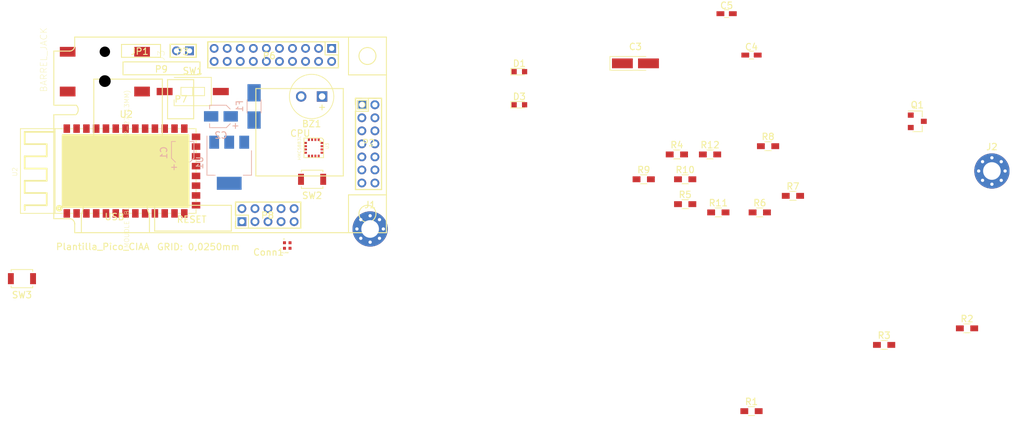
<source format=kicad_pcb>
(kicad_pcb (version 4) (host pcbnew 4.0.6-e0-6349~53~ubuntu16.04.1)

  (general
    (links 66)
    (no_connects 66)
    (area 35.931905 76.135 192.969524 152.795)
    (thickness 1.6)
    (drawings 0)
    (tracks 0)
    (zones 0)
    (modules 34)
    (nets 79)
  )

  (page A4)
  (layers
    (0 F.Cu signal)
    (31 B.Cu signal)
    (32 B.Adhes user)
    (33 F.Adhes user)
    (34 B.Paste user)
    (35 F.Paste user)
    (36 B.SilkS user)
    (37 F.SilkS user)
    (38 B.Mask user)
    (39 F.Mask user)
    (40 Dwgs.User user hide)
    (41 Cmts.User user)
    (42 Eco1.User user)
    (43 Eco2.User user)
    (44 Edge.Cuts user)
    (45 Margin user)
    (46 B.CrtYd user)
    (47 F.CrtYd user)
    (48 B.Fab user)
    (49 F.Fab user)
  )

  (setup
    (last_trace_width 0.25)
    (trace_clearance 0.2)
    (zone_clearance 0.508)
    (zone_45_only no)
    (trace_min 0.2)
    (segment_width 0.2)
    (edge_width 0.15)
    (via_size 0.6)
    (via_drill 0.4)
    (via_min_size 0.4)
    (via_min_drill 0.3)
    (uvia_size 0.3)
    (uvia_drill 0.1)
    (uvias_allowed no)
    (uvia_min_size 0.2)
    (uvia_min_drill 0.1)
    (pcb_text_width 0.3)
    (pcb_text_size 1.5 1.5)
    (mod_edge_width 0.15)
    (mod_text_size 1 1)
    (mod_text_width 0.15)
    (pad_size 1.524 1.524)
    (pad_drill 0.762)
    (pad_to_mask_clearance 0.2)
    (aux_axis_origin 0 0)
    (visible_elements FFFEF77F)
    (pcbplotparams
      (layerselection 0x00030_80000001)
      (usegerberextensions false)
      (excludeedgelayer true)
      (linewidth 0.100000)
      (plotframeref false)
      (viasonmask false)
      (mode 1)
      (useauxorigin false)
      (hpglpennumber 1)
      (hpglpenspeed 20)
      (hpglpendiameter 15)
      (hpglpenoverlay 2)
      (psnegative false)
      (psa4output false)
      (plotreference true)
      (plotvalue true)
      (plotinvisibletext false)
      (padsonsilk false)
      (subtractmaskfromsilk false)
      (outputformat 1)
      (mirror false)
      (drillshape 1)
      (scaleselection 1)
      (outputdirectory ""))
  )

  (net 0 "")
  (net 1 +3V3)
  (net 2 "Net-(BZ1-Pad2)")
  (net 3 GND)
  (net 4 "Net-(C2-Pad1)")
  (net 5 "Net-(C3-Pad1)")
  (net 6 "Net-(C4-Pad1)")
  (net 7 "Net-(C4-Pad2)")
  (net 8 "Net-(Conn1-Pad17)")
  (net 9 "Net-(Conn1-Pad18)")
  (net 10 "Net-(Conn1-Pad19)")
  (net 11 "Net-(Conn1-Pad20)")
  (net 12 "Net-(Conn1-Pad21)")
  (net 13 "Net-(Conn1-Pad22)")
  (net 14 "Net-(Conn1-Pad23)")
  (net 15 "Net-(Conn1-Pad24)")
  (net 16 "Net-(Conn1-Pad25)")
  (net 17 "Net-(Conn1-Pad26)")
  (net 18 "Net-(Conn1-Pad27)")
  (net 19 "Net-(Conn1-Pad28)")
  (net 20 "Net-(Conn1-Pad29)")
  (net 21 "Net-(Conn1-Pad30)")
  (net 22 "Net-(Conn1-Pad31)")
  (net 23 "Net-(Conn1-Pad32)")
  (net 24 "Net-(Conn1-Pad33)")
  (net 25 "Net-(Conn1-Pad34)")
  (net 26 "Net-(Conn1-Pad35)")
  (net 27 "Net-(Conn1-Pad36)")
  (net 28 "Net-(Conn1-Pad37)")
  (net 29 "Net-(Conn1-Pad38)")
  (net 30 "Net-(Conn1-Pad39)")
  (net 31 "Net-(Conn1-Pad40)")
  (net 32 "Net-(Conn1-Pad41)")
  (net 33 "Net-(Conn1-Pad43)")
  (net 34 "Net-(Conn1-Pad44)")
  (net 35 "Net-(D1-Pad2)")
  (net 36 "Net-(D2-Pad4)")
  (net 37 "Net-(D2-Pad2)")
  (net 38 "Net-(D2-Pad3)")
  (net 39 "Net-(D3-Pad2)")
  (net 40 "Net-(F1-Pad1)")
  (net 41 "Net-(J3-Pad1)")
  (net 42 "Net-(J3-Pad3)")
  (net 43 "Net-(Q1-Pad2)")
  (net 44 "Net-(R5-Pad1)")
  (net 45 "Net-(R6-Pad1)")
  (net 46 "Net-(R7-Pad1)")
  (net 47 "Net-(U2-Pad17)")
  (net 48 "Net-(U2-Pad14)")
  (net 49 "Net-(U2-Pad15)")
  (net 50 "Net-(U2-Pad16)")
  (net 51 "Net-(U2-Pad18)")
  (net 52 "Net-(U2-Pad19)")
  (net 53 "Net-(U2-Pad20)")
  (net 54 "Net-(U2-Pad21)")
  (net 55 "Net-(U2-Pad23)")
  (net 56 "Net-(U2-Pad24)")
  (net 57 "Net-(U2-Pad25)")
  (net 58 "Net-(U2-Pad26)")
  (net 59 "Net-(U2-Pad27)")
  (net 60 "Net-(U2-Pad28)")
  (net 61 "Net-(U2-Pad29)")
  (net 62 "Net-(U2-Pad30)")
  (net 63 "Net-(U2-Pad33)")
  (net 64 "Net-(U2-Pad3)")
  (net 65 "Net-(U2-Pad4)")
  (net 66 "Net-(U2-Pad5)")
  (net 67 "Net-(U2-Pad6)")
  (net 68 "Net-(U2-Pad7)")
  (net 69 "Net-(U2-Pad8)")
  (net 70 "Net-(U2-Pad9)")
  (net 71 "Net-(U2-Pad10)")
  (net 72 "Net-(U2-Pad11)")
  (net 73 "Net-(U3-Pad3)")
  (net 74 "Net-(U3-Pad5)")
  (net 75 "Net-(U3-Pad6)")
  (net 76 "Net-(U3-Pad7)")
  (net 77 "Net-(U3-Pad14)")
  (net 78 "Net-(U3-Pad15)")

  (net_class Default "This is the default net class."
    (clearance 0.2)
    (trace_width 0.25)
    (via_dia 0.6)
    (via_drill 0.4)
    (uvia_dia 0.3)
    (uvia_drill 0.1)
    (add_net +3V3)
    (add_net GND)
    (add_net "Net-(BZ1-Pad2)")
    (add_net "Net-(C2-Pad1)")
    (add_net "Net-(C3-Pad1)")
    (add_net "Net-(C4-Pad1)")
    (add_net "Net-(C4-Pad2)")
    (add_net "Net-(Conn1-Pad17)")
    (add_net "Net-(Conn1-Pad18)")
    (add_net "Net-(Conn1-Pad19)")
    (add_net "Net-(Conn1-Pad20)")
    (add_net "Net-(Conn1-Pad21)")
    (add_net "Net-(Conn1-Pad22)")
    (add_net "Net-(Conn1-Pad23)")
    (add_net "Net-(Conn1-Pad24)")
    (add_net "Net-(Conn1-Pad25)")
    (add_net "Net-(Conn1-Pad26)")
    (add_net "Net-(Conn1-Pad27)")
    (add_net "Net-(Conn1-Pad28)")
    (add_net "Net-(Conn1-Pad29)")
    (add_net "Net-(Conn1-Pad30)")
    (add_net "Net-(Conn1-Pad31)")
    (add_net "Net-(Conn1-Pad32)")
    (add_net "Net-(Conn1-Pad33)")
    (add_net "Net-(Conn1-Pad34)")
    (add_net "Net-(Conn1-Pad35)")
    (add_net "Net-(Conn1-Pad36)")
    (add_net "Net-(Conn1-Pad37)")
    (add_net "Net-(Conn1-Pad38)")
    (add_net "Net-(Conn1-Pad39)")
    (add_net "Net-(Conn1-Pad40)")
    (add_net "Net-(Conn1-Pad41)")
    (add_net "Net-(Conn1-Pad43)")
    (add_net "Net-(Conn1-Pad44)")
    (add_net "Net-(D1-Pad2)")
    (add_net "Net-(D2-Pad2)")
    (add_net "Net-(D2-Pad3)")
    (add_net "Net-(D2-Pad4)")
    (add_net "Net-(D3-Pad2)")
    (add_net "Net-(F1-Pad1)")
    (add_net "Net-(J3-Pad1)")
    (add_net "Net-(J3-Pad3)")
    (add_net "Net-(Q1-Pad2)")
    (add_net "Net-(R5-Pad1)")
    (add_net "Net-(R6-Pad1)")
    (add_net "Net-(R7-Pad1)")
    (add_net "Net-(U2-Pad10)")
    (add_net "Net-(U2-Pad11)")
    (add_net "Net-(U2-Pad14)")
    (add_net "Net-(U2-Pad15)")
    (add_net "Net-(U2-Pad16)")
    (add_net "Net-(U2-Pad17)")
    (add_net "Net-(U2-Pad18)")
    (add_net "Net-(U2-Pad19)")
    (add_net "Net-(U2-Pad20)")
    (add_net "Net-(U2-Pad21)")
    (add_net "Net-(U2-Pad23)")
    (add_net "Net-(U2-Pad24)")
    (add_net "Net-(U2-Pad25)")
    (add_net "Net-(U2-Pad26)")
    (add_net "Net-(U2-Pad27)")
    (add_net "Net-(U2-Pad28)")
    (add_net "Net-(U2-Pad29)")
    (add_net "Net-(U2-Pad3)")
    (add_net "Net-(U2-Pad30)")
    (add_net "Net-(U2-Pad33)")
    (add_net "Net-(U2-Pad4)")
    (add_net "Net-(U2-Pad5)")
    (add_net "Net-(U2-Pad6)")
    (add_net "Net-(U2-Pad7)")
    (add_net "Net-(U2-Pad8)")
    (add_net "Net-(U2-Pad9)")
    (add_net "Net-(U3-Pad14)")
    (add_net "Net-(U3-Pad15)")
    (add_net "Net-(U3-Pad3)")
    (add_net "Net-(U3-Pad5)")
    (add_net "Net-(U3-Pad6)")
    (add_net "Net-(U3-Pad7)")
  )

  (module PJ-002AH-SMT-TR:CUI_PJ-002AH-SMT-TR (layer F.Cu) (tedit 593F7C34) (tstamp 593F7955)
    (at 52.07 88.9 270)
    (path /58FD4A6D)
    (attr smd)
    (fp_text reference J3 (at -2.46 -8.635 270) (layer F.SilkS)
      (effects (font (size 1 1) (thickness 0.05)))
    )
    (fp_text value BARREL_JACK (at -1.825 9.365 270) (layer F.SilkS)
      (effects (font (size 1 1) (thickness 0.05)))
    )
    (fp_line (start 6.604 2.54) (end 5.334 2.54) (layer F.Fab) (width 0.15))
    (fp_line (start 5.334 2.54) (end 5.334 -4.572) (layer F.Fab) (width 0.15))
    (fp_line (start -3.048 -4.572) (end -8.128 -4.572) (layer F.Fab) (width 0.15))
    (fp_line (start -8.128 -4.572) (end -8.128 4.572) (layer F.Fab) (width 0.15))
    (fp_line (start -8.128 4.572) (end 6.604 4.572) (layer F.Fab) (width 0.15))
    (fp_line (start 6.604 4.572) (end 6.604 -4.572) (layer F.Fab) (width 0.15))
    (fp_line (start 6.604 -4.572) (end -3.556 -4.572) (layer F.Fab) (width 0.15))
    (fp_line (start -3.556 -4.572) (end -3.048 -4.572) (layer F.Fab) (width 0.15))
    (pad 2 smd rect (at -3.05 5.7 270) (size 1.5 2.4) (layers F.Cu F.Paste F.Mask)
      (net 3 GND))
    (pad 3 smd rect (at 3.05 5.7 270) (size 1.5 2.4) (layers F.Cu F.Paste F.Mask)
      (net 42 "Net-(J3-Pad3)"))
    (pad 1 smd rect (at -3.05 -5.7 270) (size 1.5 2.4) (layers F.Cu F.Paste F.Mask)
      (net 41 "Net-(J3-Pad1)"))
    (pad 1 smd rect (at 3.05 -5.7 270) (size 1.5 2.4) (layers F.Cu F.Paste F.Mask)
      (net 41 "Net-(J3-Pad1)"))
    (pad Hole np_thru_hole circle (at -3.05 0 270) (size 1.6 1.6) (drill 1.6) (layers))
    (pad Hole np_thru_hole circle (at 1.45 0 270) (size 1.8 1.8) (drill 1.8) (layers))
  )

  (module Buzzers_Beepers:MagneticBuzzer_Kingstate_KCG0601 (layer F.Cu) (tedit 58B1A647) (tstamp 5934D121)
    (at 85.344 92.71 180)
    (descr "Buzzer, Elektromagnetic Beeper, Summer,")
    (tags "Kingstate KCG0601 ")
    (path /59349DF9)
    (fp_text reference BZ1 (at 1.6 -4.2 180) (layer F.SilkS)
      (effects (font (size 1 1) (thickness 0.15)))
    )
    (fp_text value Buzzer (at 1.6 4.4 180) (layer F.Fab)
      (effects (font (size 1 1) (thickness 0.15)))
    )
    (fp_text user + (at 0 -1.6 180) (layer F.SilkS)
      (effects (font (size 1 1) (thickness 0.15)))
    )
    (fp_text user + (at 0 -1.6 180) (layer F.Fab)
      (effects (font (size 1 1) (thickness 0.15)))
    )
    (fp_circle (center 1.6 0) (end 5.15 0) (layer F.CrtYd) (width 0.05))
    (fp_circle (center 1.6 0) (end 4.9 0) (layer F.Fab) (width 0.1))
    (fp_circle (center 1.6 0) (end 2.4 0) (layer F.Fab) (width 0.1))
    (fp_text user %R (at 1.6 -4.2 180) (layer F.Fab)
      (effects (font (size 1 1) (thickness 0.15)))
    )
    (fp_circle (center 1.6 0) (end 5 0) (layer F.SilkS) (width 0.12))
    (pad 1 thru_hole rect (at 0 0 180) (size 1.6 1.6) (drill 1) (layers *.Cu *.Mask)
      (net 1 +3V3))
    (pad 2 thru_hole circle (at 3.2 0 180) (size 1.6 1.6) (drill 1) (layers *.Cu *.Mask)
      (net 2 "Net-(BZ1-Pad2)"))
    (model Buzzers_Beepers.3dshapes/MagneticBuzzer_Kingstate_KCG0601.wrl
      (at (xyz 0.1248031496062992 0 0))
      (scale (xyz 1 1 1))
      (rotate (xyz 0 0 180))
    )
  )

  (module Capacitors_SMD:CP_Elec_3x5.3 (layer B.Cu) (tedit 58AA85CF) (tstamp 5934D127)
    (at 64.008 101.346 90)
    (descr "SMT capacitor, aluminium electrolytic, 3x5.3")
    (path /58FD58B8)
    (attr smd)
    (fp_text reference C1 (at 0 -2.9 90) (layer B.SilkS)
      (effects (font (size 1 1) (thickness 0.15)) (justify mirror))
    )
    (fp_text value 10uF/16V (at -0.03 2.9 90) (layer B.Fab)
      (effects (font (size 1 1) (thickness 0.15)) (justify mirror))
    )
    (fp_circle (center 0 0) (end 0.3 -1.5) (layer B.Fab) (width 0.1))
    (fp_text user + (at -0.94 0.08 90) (layer B.Fab)
      (effects (font (size 1 1) (thickness 0.15)) (justify mirror))
    )
    (fp_text user + (at -2.22 -1.4 90) (layer B.SilkS)
      (effects (font (size 1 1) (thickness 0.15)) (justify mirror))
    )
    (fp_text user %R (at 0 -2.9 90) (layer B.Fab)
      (effects (font (size 1 1) (thickness 0.15)) (justify mirror))
    )
    (fp_line (start -1.56 0.75) (end -1.56 -0.77) (layer B.Fab) (width 0.1))
    (fp_line (start -0.75 1.56) (end -1.56 0.75) (layer B.Fab) (width 0.1))
    (fp_line (start -0.76 -1.57) (end -1.56 -0.77) (layer B.Fab) (width 0.1))
    (fp_line (start 1.57 -1.57) (end 1.57 1.56) (layer B.Fab) (width 0.1))
    (fp_line (start 1.56 -1.57) (end -0.76 -1.57) (layer B.Fab) (width 0.1))
    (fp_line (start 1.57 1.56) (end -0.75 1.56) (layer B.Fab) (width 0.1))
    (fp_line (start -0.83 -1.73) (end -1.44 -1.12) (layer B.SilkS) (width 0.12))
    (fp_line (start 1.73 -1.73) (end 1.73 -1.12) (layer B.SilkS) (width 0.12))
    (fp_line (start -0.81 1.71) (end -1.41 1.12) (layer B.SilkS) (width 0.12))
    (fp_line (start 1.73 1.71) (end 1.73 1.12) (layer B.SilkS) (width 0.12))
    (fp_line (start -0.83 -1.73) (end 1.71 -1.73) (layer B.SilkS) (width 0.12))
    (fp_line (start 1.73 1.71) (end -0.81 1.71) (layer B.SilkS) (width 0.12))
    (fp_line (start -2.85 1.82) (end 2.85 1.82) (layer B.CrtYd) (width 0.05))
    (fp_line (start -2.85 1.82) (end -2.85 -1.82) (layer B.CrtYd) (width 0.05))
    (fp_line (start 2.85 -1.82) (end 2.85 1.82) (layer B.CrtYd) (width 0.05))
    (fp_line (start 2.85 -1.82) (end -2.85 -1.82) (layer B.CrtYd) (width 0.05))
    (pad 2 smd rect (at 1.5 0 90) (size 2.2 1.6) (layers B.Cu B.Paste B.Mask)
      (net 3 GND))
    (pad 1 smd rect (at -1.5 0 90) (size 2.2 1.6) (layers B.Cu B.Paste B.Mask)
      (net 1 +3V3))
    (model Capacitors_SMD.3dshapes/CP_Elec_3x5.3.wrl
      (at (xyz 0 0 0))
      (scale (xyz 1 1 1))
      (rotate (xyz 0 0 180))
    )
  )

  (module Capacitors_SMD:CP_Elec_3x5.3 (layer B.Cu) (tedit 58AA85CF) (tstamp 5934D12D)
    (at 69.85 95.758 180)
    (descr "SMT capacitor, aluminium electrolytic, 3x5.3")
    (path /58FD5FB4)
    (attr smd)
    (fp_text reference C2 (at 0 -2.9 180) (layer B.SilkS)
      (effects (font (size 1 1) (thickness 0.15)) (justify mirror))
    )
    (fp_text value 100nF/25V (at -0.03 2.9 180) (layer B.Fab)
      (effects (font (size 1 1) (thickness 0.15)) (justify mirror))
    )
    (fp_circle (center 0 0) (end 0.3 -1.5) (layer B.Fab) (width 0.1))
    (fp_text user + (at -0.94 0.08 180) (layer B.Fab)
      (effects (font (size 1 1) (thickness 0.15)) (justify mirror))
    )
    (fp_text user + (at -2.22 -1.4 180) (layer B.SilkS)
      (effects (font (size 1 1) (thickness 0.15)) (justify mirror))
    )
    (fp_text user %R (at 0 -2.9 180) (layer B.Fab)
      (effects (font (size 1 1) (thickness 0.15)) (justify mirror))
    )
    (fp_line (start -1.56 0.75) (end -1.56 -0.77) (layer B.Fab) (width 0.1))
    (fp_line (start -0.75 1.56) (end -1.56 0.75) (layer B.Fab) (width 0.1))
    (fp_line (start -0.76 -1.57) (end -1.56 -0.77) (layer B.Fab) (width 0.1))
    (fp_line (start 1.57 -1.57) (end 1.57 1.56) (layer B.Fab) (width 0.1))
    (fp_line (start 1.56 -1.57) (end -0.76 -1.57) (layer B.Fab) (width 0.1))
    (fp_line (start 1.57 1.56) (end -0.75 1.56) (layer B.Fab) (width 0.1))
    (fp_line (start -0.83 -1.73) (end -1.44 -1.12) (layer B.SilkS) (width 0.12))
    (fp_line (start 1.73 -1.73) (end 1.73 -1.12) (layer B.SilkS) (width 0.12))
    (fp_line (start -0.81 1.71) (end -1.41 1.12) (layer B.SilkS) (width 0.12))
    (fp_line (start 1.73 1.71) (end 1.73 1.12) (layer B.SilkS) (width 0.12))
    (fp_line (start -0.83 -1.73) (end 1.71 -1.73) (layer B.SilkS) (width 0.12))
    (fp_line (start 1.73 1.71) (end -0.81 1.71) (layer B.SilkS) (width 0.12))
    (fp_line (start -2.85 1.82) (end 2.85 1.82) (layer B.CrtYd) (width 0.05))
    (fp_line (start -2.85 1.82) (end -2.85 -1.82) (layer B.CrtYd) (width 0.05))
    (fp_line (start 2.85 -1.82) (end 2.85 1.82) (layer B.CrtYd) (width 0.05))
    (fp_line (start 2.85 -1.82) (end -2.85 -1.82) (layer B.CrtYd) (width 0.05))
    (pad 2 smd rect (at 1.5 0 180) (size 2.2 1.6) (layers B.Cu B.Paste B.Mask)
      (net 3 GND))
    (pad 1 smd rect (at -1.5 0 180) (size 2.2 1.6) (layers B.Cu B.Paste B.Mask)
      (net 4 "Net-(C2-Pad1)"))
    (model Capacitors_SMD.3dshapes/CP_Elec_3x5.3.wrl
      (at (xyz 0 0 0))
      (scale (xyz 1 1 1))
      (rotate (xyz 0 0 180))
    )
  )

  (module Capacitors_Tantalum_SMD:CP_Tantalum_Case-A_EIA-3216-18_Hand (layer F.Cu) (tedit 58CC8C08) (tstamp 5934D133)
    (at 133.35 87.63)
    (descr "Tantalum capacitor, Case A, EIA 3216-18, 3.2x1.6x1.6mm, Hand soldering footprint")
    (tags "capacitor tantalum smd")
    (path /58FDF2E5)
    (attr smd)
    (fp_text reference C3 (at 0 -2.55) (layer F.SilkS)
      (effects (font (size 1 1) (thickness 0.15)))
    )
    (fp_text value 4.7uF (at 0 2.55) (layer F.Fab)
      (effects (font (size 1 1) (thickness 0.15)))
    )
    (fp_text user %R (at 0 0) (layer F.Fab)
      (effects (font (size 0.7 0.7) (thickness 0.105)))
    )
    (fp_line (start -4 -1.2) (end -4 1.2) (layer F.CrtYd) (width 0.05))
    (fp_line (start -4 1.2) (end 4 1.2) (layer F.CrtYd) (width 0.05))
    (fp_line (start 4 1.2) (end 4 -1.2) (layer F.CrtYd) (width 0.05))
    (fp_line (start 4 -1.2) (end -4 -1.2) (layer F.CrtYd) (width 0.05))
    (fp_line (start -1.6 -0.8) (end -1.6 0.8) (layer F.Fab) (width 0.1))
    (fp_line (start -1.6 0.8) (end 1.6 0.8) (layer F.Fab) (width 0.1))
    (fp_line (start 1.6 0.8) (end 1.6 -0.8) (layer F.Fab) (width 0.1))
    (fp_line (start 1.6 -0.8) (end -1.6 -0.8) (layer F.Fab) (width 0.1))
    (fp_line (start -1.28 -0.8) (end -1.28 0.8) (layer F.Fab) (width 0.1))
    (fp_line (start -1.12 -0.8) (end -1.12 0.8) (layer F.Fab) (width 0.1))
    (fp_line (start -3.9 -1.05) (end 1.6 -1.05) (layer F.SilkS) (width 0.12))
    (fp_line (start -3.9 1.05) (end 1.6 1.05) (layer F.SilkS) (width 0.12))
    (fp_line (start -3.9 -1.05) (end -3.9 1.05) (layer F.SilkS) (width 0.12))
    (pad 1 smd rect (at -2 0) (size 3.2 1.5) (layers F.Cu F.Paste F.Mask)
      (net 5 "Net-(C3-Pad1)"))
    (pad 2 smd rect (at 2 0) (size 3.2 1.5) (layers F.Cu F.Paste F.Mask)
      (net 3 GND))
    (model Capacitors_Tantalum_SMD.3dshapes/CP_Tantalum_Case-A_EIA-3216-18.wrl
      (at (xyz 0 0 0))
      (scale (xyz 1 1 1))
      (rotate (xyz 0 0 0))
    )
  )

  (module pico_ciaa_ponchos:Conn_Pico_Ciaa (layer F.Cu) (tedit 584DDB1F) (tstamp 5934D173)
    (at 91.44 93.98)
    (path /58FD49CB)
    (fp_text reference Conn1 (at -14.3 22.625) (layer F.SilkS)
      (effects (font (size 1 1) (thickness 0.15)))
    )
    (fp_text value Conn_Pico (at -13.675 -14.575) (layer F.Fab)
      (effects (font (size 1 1) (thickness 0.15)))
    )
    (fp_line (start -19.375 17.925) (end -19.375 18.925) (layer F.SilkS) (width 0.15))
    (fp_line (start -19.375 18.925) (end -18.375 18.925) (layer F.SilkS) (width 0.15))
    (fp_line (start -17.375 18.925) (end -9.375 18.925) (layer F.SilkS) (width 0.15))
    (fp_line (start -9.375 18.925) (end -9.375 14.925) (layer F.SilkS) (width 0.15))
    (fp_line (start -9.375 14.925) (end -19.375 14.925) (layer F.SilkS) (width 0.15))
    (fp_line (start -19.375 14.925) (end -19.375 16.925) (layer F.SilkS) (width 0.15))
    (fp_line (start -19.375 16.925) (end -17.375 16.925) (layer F.SilkS) (width 0.15))
    (fp_line (start -17.375 16.925) (end -17.375 18.925) (layer F.SilkS) (width 0.15))
    (fp_line (start -4.625 -9.65) (end -3.625 -9.65) (layer F.SilkS) (width 0.15))
    (fp_line (start -3.625 -9.65) (end -3.625 -8.65) (layer F.SilkS) (width 0.15))
    (fp_line (start -5.625 -9.65) (end -5.625 -7.65) (layer F.SilkS) (width 0.15))
    (fp_line (start -5.625 -7.65) (end -3.625 -7.65) (layer F.SilkS) (width 0.15))
    (fp_line (start -3.625 -7.65) (end -3.625 -5.65) (layer F.SilkS) (width 0.15))
    (fp_line (start -3.625 -5.65) (end -23.625 -5.65) (layer F.SilkS) (width 0.15))
    (fp_line (start -23.625 -5.65) (end -23.625 -9.65) (layer F.SilkS) (width 0.15))
    (fp_line (start -23.625 -9.65) (end -5.625 -9.65) (layer F.SilkS) (width 0.15))
    (fp_line (start -29.4 -9.275) (end -29.4 -7.275) (layer F.SilkS) (width 0.15))
    (fp_line (start -29.4 -7.275) (end -25.4 -7.275) (layer F.SilkS) (width 0.15))
    (fp_line (start -25.4 -7.275) (end -25.4 -9.275) (layer F.SilkS) (width 0.15))
    (fp_line (start -25.4 -9.275) (end -29.4 -9.275) (layer F.SilkS) (width 0.15))
    (fp_line (start 3 -1) (end 3 13) (layer F.SilkS) (width 0.15))
    (fp_line (start -1 1) (end -1 13) (layer F.SilkS) (width 0.15))
    (fp_line (start -1 13) (end 3 13) (layer F.SilkS) (width 0.15))
    (fp_line (start -1 0) (end -1 -1) (layer F.SilkS) (width 0.15))
    (fp_line (start -1 -1) (end 0 -1) (layer F.SilkS) (width 0.15))
    (fp_line (start 1 1) (end -1 1) (layer F.SilkS) (width 0.15))
    (fp_line (start 1 1) (end 1 -1) (layer F.SilkS) (width 0.15))
    (fp_line (start 1 -1) (end 3 -1) (layer F.SilkS) (width 0.15))
    (pad 2 thru_hole circle (at 2 0) (size 1.35 1.35) (drill 0.8) (layers *.Cu *.Mask))
    (pad 1 thru_hole rect (at 0 0) (size 1.35 1.35) (drill 0.8) (layers *.Cu *.Mask))
    (pad 1 thru_hole rect (at 0 0) (size 1.35 1.35) (drill 0.8) (layers *.Cu *.Mask))
    (pad 2 thru_hole circle (at 2 0) (size 1.35 1.35) (drill 0.8) (layers *.Cu *.Mask))
    (pad 3 thru_hole circle (at 0 2) (size 1.35 1.35) (drill 0.8) (layers *.Cu *.Mask))
    (pad 4 thru_hole circle (at 2 2) (size 1.35 1.35) (drill 0.8) (layers *.Cu *.Mask))
    (pad 5 thru_hole circle (at 0 4) (size 1.35 1.35) (drill 0.8) (layers *.Cu *.Mask))
    (pad 6 thru_hole circle (at 2 4) (size 1.35 1.35) (drill 0.8) (layers *.Cu *.Mask))
    (pad 7 thru_hole circle (at 0 6) (size 1.35 1.35) (drill 0.8) (layers *.Cu *.Mask))
    (pad 8 thru_hole circle (at 2 6) (size 1.35 1.35) (drill 0.8) (layers *.Cu *.Mask))
    (pad 9 thru_hole circle (at 0 8) (size 1.35 1.35) (drill 0.8) (layers *.Cu *.Mask))
    (pad 10 thru_hole circle (at 2 8) (size 1.35 1.35) (drill 0.8) (layers *.Cu *.Mask))
    (pad 11 thru_hole circle (at 0 10) (size 1.35 1.35) (drill 0.8) (layers *.Cu *.Mask))
    (pad 12 thru_hole circle (at 2 10) (size 1.35 1.35) (drill 0.8) (layers *.Cu *.Mask))
    (pad 13 thru_hole circle (at 0 12) (size 1.35 1.35) (drill 0.8) (layers *.Cu *.Mask))
    (pad 14 thru_hole circle (at 2 12) (size 1.35 1.35) (drill 0.8) (layers *.Cu *.Mask))
    (pad 15 thru_hole rect (at -26.4 -8.275) (size 1.35 1.35) (drill 0.8) (layers *.Cu *.Mask)
      (net 1 +3V3))
    (pad 16 thru_hole circle (at -28.4 -8.275) (size 1.35 1.35) (drill 0.8) (layers *.Cu *.Mask)
      (net 3 GND))
    (pad 17 thru_hole rect (at -4.625 -8.65) (size 1.35 1.35) (drill 0.8) (layers *.Cu *.Mask)
      (net 8 "Net-(Conn1-Pad17)"))
    (pad 18 thru_hole circle (at -4.625 -6.65) (size 1.35 1.35) (drill 0.8) (layers *.Cu *.Mask)
      (net 9 "Net-(Conn1-Pad18)"))
    (pad 19 thru_hole circle (at -6.625 -8.65) (size 1.35 1.35) (drill 0.8) (layers *.Cu *.Mask)
      (net 10 "Net-(Conn1-Pad19)"))
    (pad 20 thru_hole circle (at -6.625 -6.65) (size 1.35 1.35) (drill 0.8) (layers *.Cu *.Mask)
      (net 11 "Net-(Conn1-Pad20)"))
    (pad 21 thru_hole circle (at -8.625 -8.65) (size 1.35 1.35) (drill 0.8) (layers *.Cu *.Mask)
      (net 12 "Net-(Conn1-Pad21)"))
    (pad 22 thru_hole circle (at -8.625 -6.65) (size 1.35 1.35) (drill 0.8) (layers *.Cu *.Mask)
      (net 13 "Net-(Conn1-Pad22)"))
    (pad 23 thru_hole circle (at -10.625 -8.65) (size 1.35 1.35) (drill 0.8) (layers *.Cu *.Mask)
      (net 14 "Net-(Conn1-Pad23)"))
    (pad 24 thru_hole circle (at -10.625 -6.65) (size 1.35 1.35) (drill 0.8) (layers *.Cu *.Mask)
      (net 15 "Net-(Conn1-Pad24)"))
    (pad 25 thru_hole circle (at -12.625 -8.65) (size 1.35 1.35) (drill 0.8) (layers *.Cu *.Mask)
      (net 16 "Net-(Conn1-Pad25)"))
    (pad 26 thru_hole circle (at -12.625 -6.65) (size 1.35 1.35) (drill 0.8) (layers *.Cu *.Mask)
      (net 17 "Net-(Conn1-Pad26)"))
    (pad 27 thru_hole circle (at -14.625 -8.65) (size 1.35 1.35) (drill 0.8) (layers *.Cu *.Mask)
      (net 18 "Net-(Conn1-Pad27)"))
    (pad 28 thru_hole circle (at -14.625 -6.65) (size 1.35 1.35) (drill 0.8) (layers *.Cu *.Mask)
      (net 19 "Net-(Conn1-Pad28)"))
    (pad 29 thru_hole circle (at -16.625 -8.65) (size 1.35 1.35) (drill 0.8) (layers *.Cu *.Mask)
      (net 20 "Net-(Conn1-Pad29)"))
    (pad 30 thru_hole circle (at -16.625 -6.65) (size 1.35 1.35) (drill 0.8) (layers *.Cu *.Mask)
      (net 21 "Net-(Conn1-Pad30)"))
    (pad 31 thru_hole circle (at -18.625 -8.65) (size 1.35 1.35) (drill 0.8) (layers *.Cu *.Mask)
      (net 22 "Net-(Conn1-Pad31)"))
    (pad 32 thru_hole circle (at -18.625 -6.65) (size 1.35 1.35) (drill 0.8) (layers *.Cu *.Mask)
      (net 23 "Net-(Conn1-Pad32)"))
    (pad 33 thru_hole circle (at -20.625 -8.65) (size 1.35 1.35) (drill 0.8) (layers *.Cu *.Mask)
      (net 24 "Net-(Conn1-Pad33)"))
    (pad 34 thru_hole circle (at -20.625 -6.65) (size 1.35 1.35) (drill 0.8) (layers *.Cu *.Mask)
      (net 25 "Net-(Conn1-Pad34)"))
    (pad 35 thru_hole circle (at -22.625 -8.65) (size 1.35 1.35) (drill 0.8) (layers *.Cu *.Mask)
      (net 26 "Net-(Conn1-Pad35)"))
    (pad 36 thru_hole circle (at -22.625 -6.65) (size 1.35 1.35) (drill 0.8) (layers *.Cu *.Mask)
      (net 27 "Net-(Conn1-Pad36)"))
    (pad 37 thru_hole rect (at -18.375 17.925) (size 1.35 1.35) (drill 0.8) (layers *.Cu *.Mask)
      (net 28 "Net-(Conn1-Pad37)"))
    (pad 38 thru_hole circle (at -18.375 15.925) (size 1.35 1.35) (drill 0.8) (layers *.Cu *.Mask)
      (net 29 "Net-(Conn1-Pad38)"))
    (pad 39 thru_hole circle (at -16.375 17.925) (size 1.35 1.35) (drill 0.8) (layers *.Cu *.Mask)
      (net 30 "Net-(Conn1-Pad39)"))
    (pad 40 thru_hole circle (at -16.375 15.925) (size 1.35 1.35) (drill 0.8) (layers *.Cu *.Mask)
      (net 31 "Net-(Conn1-Pad40)"))
    (pad 41 thru_hole circle (at -14.375 17.925) (size 1.35 1.35) (drill 0.8) (layers *.Cu *.Mask)
      (net 32 "Net-(Conn1-Pad41)"))
    (pad 42 thru_hole circle (at -14.375 15.925) (size 1.35 1.35) (drill 0.8) (layers *.Cu *.Mask))
    (pad 43 thru_hole circle (at -12.375 17.925) (size 1.35 1.35) (drill 0.8) (layers *.Cu *.Mask)
      (net 33 "Net-(Conn1-Pad43)"))
    (pad 44 thru_hole circle (at -12.375 15.925) (size 1.35 1.35) (drill 0.8) (layers *.Cu *.Mask)
      (net 34 "Net-(Conn1-Pad44)"))
    (pad 45 thru_hole circle (at -10.375 17.925) (size 1.35 1.35) (drill 0.8) (layers *.Cu *.Mask)
      (net 3 GND))
    (pad 46 thru_hole circle (at -10.375 15.925) (size 1.35 1.35) (drill 0.8) (layers *.Cu *.Mask))
  )

  (module SML-LX0404SIUPGUSB:DIOC0404X01-4N (layer F.Cu) (tedit 0) (tstamp 5934D181)
    (at 80.01 115.57)
    (path /591E5FA2)
    (attr smd)
    (fp_text reference D2 (at -0.5 -1) (layer F.SilkS)
      (effects (font (size 0.15748 0.15748) (thickness 0.05)))
    )
    (fp_text value LED_ARGB (at -0.4 1.1) (layer F.SilkS)
      (effects (font (size 0.15748 0.15748) (thickness 0.05)))
    )
    (fp_line (start -0.5 0.5) (end 0.5 0.5) (layer Dwgs.User) (width 0.03))
    (fp_line (start 0.5 0.5) (end 0.5 -0.5) (layer Dwgs.User) (width 0.03))
    (fp_line (start 0.5 -0.5) (end -0.5 -0.5) (layer Dwgs.User) (width 0.03))
    (fp_line (start -0.5 -0.5) (end -0.5 0.5) (layer Dwgs.User) (width 0.03))
    (fp_poly (pts (xy 0.2 -0.5) (xy 0.5 -0.5) (xy 0.5 -0.2) (xy 0.2 -0.2)) (layer Dwgs.User) (width 0.381))
    (pad 4 smd rect (at -0.425 -0.425) (size 0.45 0.45) (layers F.Cu F.Paste F.Mask)
      (net 36 "Net-(D2-Pad4)"))
    (pad 1 smd rect (at 0.425141 -0.424803) (size 0.45 0.45) (layers F.Cu F.Paste F.Mask)
      (net 1 +3V3))
    (pad 2 smd rect (at 0.425141 0.425141) (size 0.45 0.45) (layers F.Cu F.Paste F.Mask)
      (net 37 "Net-(D2-Pad2)"))
    (pad 3 smd rect (at -0.424803 0.425141) (size 0.45 0.45) (layers F.Cu F.Paste F.Mask)
      (net 38 "Net-(D2-Pad3)"))
  )

  (module TO_SOT_Packages_SMD:SOT-23 (layer F.Cu) (tedit 58CE4E7E) (tstamp 5934D1B5)
    (at 176.53 96.52)
    (descr "SOT-23, Standard")
    (tags SOT-23)
    (path /59349EF9)
    (attr smd)
    (fp_text reference Q1 (at 0 -2.5) (layer F.SilkS)
      (effects (font (size 1 1) (thickness 0.15)))
    )
    (fp_text value Q_NPN_EBC (at 0 2.5) (layer F.Fab)
      (effects (font (size 1 1) (thickness 0.15)))
    )
    (fp_text user %R (at 0 0) (layer F.Fab)
      (effects (font (size 0.5 0.5) (thickness 0.075)))
    )
    (fp_line (start -0.7 -0.95) (end -0.7 1.5) (layer F.Fab) (width 0.1))
    (fp_line (start -0.15 -1.52) (end 0.7 -1.52) (layer F.Fab) (width 0.1))
    (fp_line (start -0.7 -0.95) (end -0.15 -1.52) (layer F.Fab) (width 0.1))
    (fp_line (start 0.7 -1.52) (end 0.7 1.52) (layer F.Fab) (width 0.1))
    (fp_line (start -0.7 1.52) (end 0.7 1.52) (layer F.Fab) (width 0.1))
    (fp_line (start 0.76 1.58) (end 0.76 0.65) (layer F.SilkS) (width 0.12))
    (fp_line (start 0.76 -1.58) (end 0.76 -0.65) (layer F.SilkS) (width 0.12))
    (fp_line (start -1.7 -1.75) (end 1.7 -1.75) (layer F.CrtYd) (width 0.05))
    (fp_line (start 1.7 -1.75) (end 1.7 1.75) (layer F.CrtYd) (width 0.05))
    (fp_line (start 1.7 1.75) (end -1.7 1.75) (layer F.CrtYd) (width 0.05))
    (fp_line (start -1.7 1.75) (end -1.7 -1.75) (layer F.CrtYd) (width 0.05))
    (fp_line (start 0.76 -1.58) (end -1.4 -1.58) (layer F.SilkS) (width 0.12))
    (fp_line (start 0.76 1.58) (end -0.7 1.58) (layer F.SilkS) (width 0.12))
    (pad 1 smd rect (at -1 -0.95) (size 0.9 0.8) (layers F.Cu F.Paste F.Mask)
      (net 3 GND))
    (pad 2 smd rect (at -1 0.95) (size 0.9 0.8) (layers F.Cu F.Paste F.Mask)
      (net 43 "Net-(Q1-Pad2)"))
    (pad 3 smd rect (at 1 0) (size 0.9 0.8) (layers F.Cu F.Paste F.Mask)
      (net 2 "Net-(BZ1-Pad2)"))
    (model ${KISYS3DMOD}/TO_SOT_Packages_SMD.3dshapes/SOT-23.wrl
      (at (xyz 0 0 0))
      (scale (xyz 1 1 1))
      (rotate (xyz 0 0 0))
    )
  )

  (module Resistors_SMD:R_0603_HandSoldering (layer F.Cu) (tedit 58E0A804) (tstamp 5934D1BB)
    (at 151.13 140.97)
    (descr "Resistor SMD 0603, hand soldering")
    (tags "resistor 0603")
    (path /58FD69C3)
    (attr smd)
    (fp_text reference R1 (at 0 -1.45) (layer F.SilkS)
      (effects (font (size 1 1) (thickness 0.15)))
    )
    (fp_text value 470 (at 0 1.55) (layer F.Fab)
      (effects (font (size 1 1) (thickness 0.15)))
    )
    (fp_text user %R (at 0 0) (layer F.Fab)
      (effects (font (size 0.5 0.5) (thickness 0.075)))
    )
    (fp_line (start -0.8 0.4) (end -0.8 -0.4) (layer F.Fab) (width 0.1))
    (fp_line (start 0.8 0.4) (end -0.8 0.4) (layer F.Fab) (width 0.1))
    (fp_line (start 0.8 -0.4) (end 0.8 0.4) (layer F.Fab) (width 0.1))
    (fp_line (start -0.8 -0.4) (end 0.8 -0.4) (layer F.Fab) (width 0.1))
    (fp_line (start 0.5 0.68) (end -0.5 0.68) (layer F.SilkS) (width 0.12))
    (fp_line (start -0.5 -0.68) (end 0.5 -0.68) (layer F.SilkS) (width 0.12))
    (fp_line (start -1.96 -0.7) (end 1.95 -0.7) (layer F.CrtYd) (width 0.05))
    (fp_line (start -1.96 -0.7) (end -1.96 0.7) (layer F.CrtYd) (width 0.05))
    (fp_line (start 1.95 0.7) (end 1.95 -0.7) (layer F.CrtYd) (width 0.05))
    (fp_line (start 1.95 0.7) (end -1.96 0.7) (layer F.CrtYd) (width 0.05))
    (pad 1 smd rect (at -1.1 0) (size 1.2 0.9) (layers F.Cu F.Paste F.Mask)
      (net 1 +3V3))
    (pad 2 smd rect (at 1.1 0) (size 1.2 0.9) (layers F.Cu F.Paste F.Mask)
      (net 35 "Net-(D1-Pad2)"))
    (model ${KISYS3DMOD}/Resistors_SMD.3dshapes/R_0603.wrl
      (at (xyz 0 0 0))
      (scale (xyz 1 1 1))
      (rotate (xyz 0 0 0))
    )
  )

  (module Resistors_SMD:R_0603_HandSoldering (layer F.Cu) (tedit 58E0A804) (tstamp 5934D1C1)
    (at 184.15 128.27)
    (descr "Resistor SMD 0603, hand soldering")
    (tags "resistor 0603")
    (path /591ECC4B)
    (attr smd)
    (fp_text reference R2 (at 0 -1.45) (layer F.SilkS)
      (effects (font (size 1 1) (thickness 0.15)))
    )
    (fp_text value 470 (at 0 1.55) (layer F.Fab)
      (effects (font (size 1 1) (thickness 0.15)))
    )
    (fp_text user %R (at 0 0) (layer F.Fab)
      (effects (font (size 0.5 0.5) (thickness 0.075)))
    )
    (fp_line (start -0.8 0.4) (end -0.8 -0.4) (layer F.Fab) (width 0.1))
    (fp_line (start 0.8 0.4) (end -0.8 0.4) (layer F.Fab) (width 0.1))
    (fp_line (start 0.8 -0.4) (end 0.8 0.4) (layer F.Fab) (width 0.1))
    (fp_line (start -0.8 -0.4) (end 0.8 -0.4) (layer F.Fab) (width 0.1))
    (fp_line (start 0.5 0.68) (end -0.5 0.68) (layer F.SilkS) (width 0.12))
    (fp_line (start -0.5 -0.68) (end 0.5 -0.68) (layer F.SilkS) (width 0.12))
    (fp_line (start -1.96 -0.7) (end 1.95 -0.7) (layer F.CrtYd) (width 0.05))
    (fp_line (start -1.96 -0.7) (end -1.96 0.7) (layer F.CrtYd) (width 0.05))
    (fp_line (start 1.95 0.7) (end 1.95 -0.7) (layer F.CrtYd) (width 0.05))
    (fp_line (start 1.95 0.7) (end -1.96 0.7) (layer F.CrtYd) (width 0.05))
    (pad 1 smd rect (at -1.1 0) (size 1.2 0.9) (layers F.Cu F.Paste F.Mask)
      (net 37 "Net-(D2-Pad2)"))
    (pad 2 smd rect (at 1.1 0) (size 1.2 0.9) (layers F.Cu F.Paste F.Mask)
      (net 16 "Net-(Conn1-Pad25)"))
    (model ${KISYS3DMOD}/Resistors_SMD.3dshapes/R_0603.wrl
      (at (xyz 0 0 0))
      (scale (xyz 1 1 1))
      (rotate (xyz 0 0 0))
    )
  )

  (module Resistors_SMD:R_0603_HandSoldering (layer F.Cu) (tedit 58E0A804) (tstamp 5934D1C7)
    (at 171.45 130.81)
    (descr "Resistor SMD 0603, hand soldering")
    (tags "resistor 0603")
    (path /591E995E)
    (attr smd)
    (fp_text reference R3 (at 0 -1.45) (layer F.SilkS)
      (effects (font (size 1 1) (thickness 0.15)))
    )
    (fp_text value 470 (at 0 1.55) (layer F.Fab)
      (effects (font (size 1 1) (thickness 0.15)))
    )
    (fp_text user %R (at 0 0) (layer F.Fab)
      (effects (font (size 0.5 0.5) (thickness 0.075)))
    )
    (fp_line (start -0.8 0.4) (end -0.8 -0.4) (layer F.Fab) (width 0.1))
    (fp_line (start 0.8 0.4) (end -0.8 0.4) (layer F.Fab) (width 0.1))
    (fp_line (start 0.8 -0.4) (end 0.8 0.4) (layer F.Fab) (width 0.1))
    (fp_line (start -0.8 -0.4) (end 0.8 -0.4) (layer F.Fab) (width 0.1))
    (fp_line (start 0.5 0.68) (end -0.5 0.68) (layer F.SilkS) (width 0.12))
    (fp_line (start -0.5 -0.68) (end 0.5 -0.68) (layer F.SilkS) (width 0.12))
    (fp_line (start -1.96 -0.7) (end 1.95 -0.7) (layer F.CrtYd) (width 0.05))
    (fp_line (start -1.96 -0.7) (end -1.96 0.7) (layer F.CrtYd) (width 0.05))
    (fp_line (start 1.95 0.7) (end 1.95 -0.7) (layer F.CrtYd) (width 0.05))
    (fp_line (start 1.95 0.7) (end -1.96 0.7) (layer F.CrtYd) (width 0.05))
    (pad 1 smd rect (at -1.1 0) (size 1.2 0.9) (layers F.Cu F.Paste F.Mask)
      (net 38 "Net-(D2-Pad3)"))
    (pad 2 smd rect (at 1.1 0) (size 1.2 0.9) (layers F.Cu F.Paste F.Mask)
      (net 20 "Net-(Conn1-Pad29)"))
    (model ${KISYS3DMOD}/Resistors_SMD.3dshapes/R_0603.wrl
      (at (xyz 0 0 0))
      (scale (xyz 1 1 1))
      (rotate (xyz 0 0 0))
    )
  )

  (module Resistors_SMD:R_0603_HandSoldering (layer F.Cu) (tedit 58E0A804) (tstamp 5934D1CD)
    (at 139.7 101.6)
    (descr "Resistor SMD 0603, hand soldering")
    (tags "resistor 0603")
    (path /591ECCD0)
    (attr smd)
    (fp_text reference R4 (at 0 -1.45) (layer F.SilkS)
      (effects (font (size 1 1) (thickness 0.15)))
    )
    (fp_text value 470 (at 0 1.55) (layer F.Fab)
      (effects (font (size 1 1) (thickness 0.15)))
    )
    (fp_text user %R (at 0 0) (layer F.Fab)
      (effects (font (size 0.5 0.5) (thickness 0.075)))
    )
    (fp_line (start -0.8 0.4) (end -0.8 -0.4) (layer F.Fab) (width 0.1))
    (fp_line (start 0.8 0.4) (end -0.8 0.4) (layer F.Fab) (width 0.1))
    (fp_line (start 0.8 -0.4) (end 0.8 0.4) (layer F.Fab) (width 0.1))
    (fp_line (start -0.8 -0.4) (end 0.8 -0.4) (layer F.Fab) (width 0.1))
    (fp_line (start 0.5 0.68) (end -0.5 0.68) (layer F.SilkS) (width 0.12))
    (fp_line (start -0.5 -0.68) (end 0.5 -0.68) (layer F.SilkS) (width 0.12))
    (fp_line (start -1.96 -0.7) (end 1.95 -0.7) (layer F.CrtYd) (width 0.05))
    (fp_line (start -1.96 -0.7) (end -1.96 0.7) (layer F.CrtYd) (width 0.05))
    (fp_line (start 1.95 0.7) (end 1.95 -0.7) (layer F.CrtYd) (width 0.05))
    (fp_line (start 1.95 0.7) (end -1.96 0.7) (layer F.CrtYd) (width 0.05))
    (pad 1 smd rect (at -1.1 0) (size 1.2 0.9) (layers F.Cu F.Paste F.Mask)
      (net 36 "Net-(D2-Pad4)"))
    (pad 2 smd rect (at 1.1 0) (size 1.2 0.9) (layers F.Cu F.Paste F.Mask)
      (net 24 "Net-(Conn1-Pad33)"))
    (model ${KISYS3DMOD}/Resistors_SMD.3dshapes/R_0603.wrl
      (at (xyz 0 0 0))
      (scale (xyz 1 1 1))
      (rotate (xyz 0 0 0))
    )
  )

  (module Resistors_SMD:R_0603_HandSoldering (layer F.Cu) (tedit 58E0A804) (tstamp 5934D1D3)
    (at 140.97 109.22)
    (descr "Resistor SMD 0603, hand soldering")
    (tags "resistor 0603")
    (path /591CF432)
    (attr smd)
    (fp_text reference R5 (at 0 -1.45) (layer F.SilkS)
      (effects (font (size 1 1) (thickness 0.15)))
    )
    (fp_text value 470 (at 0 1.55) (layer F.Fab)
      (effects (font (size 1 1) (thickness 0.15)))
    )
    (fp_text user %R (at 0 0) (layer F.Fab)
      (effects (font (size 0.5 0.5) (thickness 0.075)))
    )
    (fp_line (start -0.8 0.4) (end -0.8 -0.4) (layer F.Fab) (width 0.1))
    (fp_line (start 0.8 0.4) (end -0.8 0.4) (layer F.Fab) (width 0.1))
    (fp_line (start 0.8 -0.4) (end 0.8 0.4) (layer F.Fab) (width 0.1))
    (fp_line (start -0.8 -0.4) (end 0.8 -0.4) (layer F.Fab) (width 0.1))
    (fp_line (start 0.5 0.68) (end -0.5 0.68) (layer F.SilkS) (width 0.12))
    (fp_line (start -0.5 -0.68) (end 0.5 -0.68) (layer F.SilkS) (width 0.12))
    (fp_line (start -1.96 -0.7) (end 1.95 -0.7) (layer F.CrtYd) (width 0.05))
    (fp_line (start -1.96 -0.7) (end -1.96 0.7) (layer F.CrtYd) (width 0.05))
    (fp_line (start 1.95 0.7) (end 1.95 -0.7) (layer F.CrtYd) (width 0.05))
    (fp_line (start 1.95 0.7) (end -1.96 0.7) (layer F.CrtYd) (width 0.05))
    (pad 1 smd rect (at -1.1 0) (size 1.2 0.9) (layers F.Cu F.Paste F.Mask)
      (net 44 "Net-(R5-Pad1)"))
    (pad 2 smd rect (at 1.1 0) (size 1.2 0.9) (layers F.Cu F.Paste F.Mask)
      (net 29 "Net-(Conn1-Pad38)"))
    (model ${KISYS3DMOD}/Resistors_SMD.3dshapes/R_0603.wrl
      (at (xyz 0 0 0))
      (scale (xyz 1 1 1))
      (rotate (xyz 0 0 0))
    )
  )

  (module Resistors_SMD:R_0603_HandSoldering (layer F.Cu) (tedit 58E0A804) (tstamp 5934D1D9)
    (at 152.4 110.49)
    (descr "Resistor SMD 0603, hand soldering")
    (tags "resistor 0603")
    (path /591CF38A)
    (attr smd)
    (fp_text reference R6 (at 0 -1.45) (layer F.SilkS)
      (effects (font (size 1 1) (thickness 0.15)))
    )
    (fp_text value 470 (at 0 1.55) (layer F.Fab)
      (effects (font (size 1 1) (thickness 0.15)))
    )
    (fp_text user %R (at 0 0) (layer F.Fab)
      (effects (font (size 0.5 0.5) (thickness 0.075)))
    )
    (fp_line (start -0.8 0.4) (end -0.8 -0.4) (layer F.Fab) (width 0.1))
    (fp_line (start 0.8 0.4) (end -0.8 0.4) (layer F.Fab) (width 0.1))
    (fp_line (start 0.8 -0.4) (end 0.8 0.4) (layer F.Fab) (width 0.1))
    (fp_line (start -0.8 -0.4) (end 0.8 -0.4) (layer F.Fab) (width 0.1))
    (fp_line (start 0.5 0.68) (end -0.5 0.68) (layer F.SilkS) (width 0.12))
    (fp_line (start -0.5 -0.68) (end 0.5 -0.68) (layer F.SilkS) (width 0.12))
    (fp_line (start -1.96 -0.7) (end 1.95 -0.7) (layer F.CrtYd) (width 0.05))
    (fp_line (start -1.96 -0.7) (end -1.96 0.7) (layer F.CrtYd) (width 0.05))
    (fp_line (start 1.95 0.7) (end 1.95 -0.7) (layer F.CrtYd) (width 0.05))
    (fp_line (start 1.95 0.7) (end -1.96 0.7) (layer F.CrtYd) (width 0.05))
    (pad 1 smd rect (at -1.1 0) (size 1.2 0.9) (layers F.Cu F.Paste F.Mask)
      (net 45 "Net-(R6-Pad1)"))
    (pad 2 smd rect (at 1.1 0) (size 1.2 0.9) (layers F.Cu F.Paste F.Mask)
      (net 31 "Net-(Conn1-Pad40)"))
    (model ${KISYS3DMOD}/Resistors_SMD.3dshapes/R_0603.wrl
      (at (xyz 0 0 0))
      (scale (xyz 1 1 1))
      (rotate (xyz 0 0 0))
    )
  )

  (module Resistors_SMD:R_0603_HandSoldering (layer F.Cu) (tedit 58E0A804) (tstamp 5934D1DF)
    (at 157.48 107.95)
    (descr "Resistor SMD 0603, hand soldering")
    (tags "resistor 0603")
    (path /591CBE36)
    (attr smd)
    (fp_text reference R7 (at 0 -1.45) (layer F.SilkS)
      (effects (font (size 1 1) (thickness 0.15)))
    )
    (fp_text value 470 (at 0 1.55) (layer F.Fab)
      (effects (font (size 1 1) (thickness 0.15)))
    )
    (fp_text user %R (at 0 0) (layer F.Fab)
      (effects (font (size 0.5 0.5) (thickness 0.075)))
    )
    (fp_line (start -0.8 0.4) (end -0.8 -0.4) (layer F.Fab) (width 0.1))
    (fp_line (start 0.8 0.4) (end -0.8 0.4) (layer F.Fab) (width 0.1))
    (fp_line (start 0.8 -0.4) (end 0.8 0.4) (layer F.Fab) (width 0.1))
    (fp_line (start -0.8 -0.4) (end 0.8 -0.4) (layer F.Fab) (width 0.1))
    (fp_line (start 0.5 0.68) (end -0.5 0.68) (layer F.SilkS) (width 0.12))
    (fp_line (start -0.5 -0.68) (end 0.5 -0.68) (layer F.SilkS) (width 0.12))
    (fp_line (start -1.96 -0.7) (end 1.95 -0.7) (layer F.CrtYd) (width 0.05))
    (fp_line (start -1.96 -0.7) (end -1.96 0.7) (layer F.CrtYd) (width 0.05))
    (fp_line (start 1.95 0.7) (end 1.95 -0.7) (layer F.CrtYd) (width 0.05))
    (fp_line (start 1.95 0.7) (end -1.96 0.7) (layer F.CrtYd) (width 0.05))
    (pad 1 smd rect (at -1.1 0) (size 1.2 0.9) (layers F.Cu F.Paste F.Mask)
      (net 46 "Net-(R7-Pad1)"))
    (pad 2 smd rect (at 1.1 0) (size 1.2 0.9) (layers F.Cu F.Paste F.Mask)
      (net 39 "Net-(D3-Pad2)"))
    (model ${KISYS3DMOD}/Resistors_SMD.3dshapes/R_0603.wrl
      (at (xyz 0 0 0))
      (scale (xyz 1 1 1))
      (rotate (xyz 0 0 0))
    )
  )

  (module Resistors_SMD:R_0603_HandSoldering (layer F.Cu) (tedit 58E0A804) (tstamp 5934D1E5)
    (at 153.67 100.33)
    (descr "Resistor SMD 0603, hand soldering")
    (tags "resistor 0603")
    (path /591D9DB6)
    (attr smd)
    (fp_text reference R8 (at 0 -1.45) (layer F.SilkS)
      (effects (font (size 1 1) (thickness 0.15)))
    )
    (fp_text value 10K (at 0 1.55) (layer F.Fab)
      (effects (font (size 1 1) (thickness 0.15)))
    )
    (fp_text user %R (at 0 0) (layer F.Fab)
      (effects (font (size 0.5 0.5) (thickness 0.075)))
    )
    (fp_line (start -0.8 0.4) (end -0.8 -0.4) (layer F.Fab) (width 0.1))
    (fp_line (start 0.8 0.4) (end -0.8 0.4) (layer F.Fab) (width 0.1))
    (fp_line (start 0.8 -0.4) (end 0.8 0.4) (layer F.Fab) (width 0.1))
    (fp_line (start -0.8 -0.4) (end 0.8 -0.4) (layer F.Fab) (width 0.1))
    (fp_line (start 0.5 0.68) (end -0.5 0.68) (layer F.SilkS) (width 0.12))
    (fp_line (start -0.5 -0.68) (end 0.5 -0.68) (layer F.SilkS) (width 0.12))
    (fp_line (start -1.96 -0.7) (end 1.95 -0.7) (layer F.CrtYd) (width 0.05))
    (fp_line (start -1.96 -0.7) (end -1.96 0.7) (layer F.CrtYd) (width 0.05))
    (fp_line (start 1.95 0.7) (end 1.95 -0.7) (layer F.CrtYd) (width 0.05))
    (fp_line (start 1.95 0.7) (end -1.96 0.7) (layer F.CrtYd) (width 0.05))
    (pad 1 smd rect (at -1.1 0) (size 1.2 0.9) (layers F.Cu F.Paste F.Mask)
      (net 44 "Net-(R5-Pad1)"))
    (pad 2 smd rect (at 1.1 0) (size 1.2 0.9) (layers F.Cu F.Paste F.Mask)
      (net 3 GND))
    (model ${KISYS3DMOD}/Resistors_SMD.3dshapes/R_0603.wrl
      (at (xyz 0 0 0))
      (scale (xyz 1 1 1))
      (rotate (xyz 0 0 0))
    )
  )

  (module Resistors_SMD:R_0603_HandSoldering (layer F.Cu) (tedit 58E0A804) (tstamp 5934D1EB)
    (at 134.62 105.41)
    (descr "Resistor SMD 0603, hand soldering")
    (tags "resistor 0603")
    (path /58FDA87F)
    (attr smd)
    (fp_text reference R9 (at 0 -1.45) (layer F.SilkS)
      (effects (font (size 1 1) (thickness 0.15)))
    )
    (fp_text value 2K2 (at 0 1.55) (layer F.Fab)
      (effects (font (size 1 1) (thickness 0.15)))
    )
    (fp_text user %R (at 0 0) (layer F.Fab)
      (effects (font (size 0.5 0.5) (thickness 0.075)))
    )
    (fp_line (start -0.8 0.4) (end -0.8 -0.4) (layer F.Fab) (width 0.1))
    (fp_line (start 0.8 0.4) (end -0.8 0.4) (layer F.Fab) (width 0.1))
    (fp_line (start 0.8 -0.4) (end 0.8 0.4) (layer F.Fab) (width 0.1))
    (fp_line (start -0.8 -0.4) (end 0.8 -0.4) (layer F.Fab) (width 0.1))
    (fp_line (start 0.5 0.68) (end -0.5 0.68) (layer F.SilkS) (width 0.12))
    (fp_line (start -0.5 -0.68) (end 0.5 -0.68) (layer F.SilkS) (width 0.12))
    (fp_line (start -1.96 -0.7) (end 1.95 -0.7) (layer F.CrtYd) (width 0.05))
    (fp_line (start -1.96 -0.7) (end -1.96 0.7) (layer F.CrtYd) (width 0.05))
    (fp_line (start 1.95 0.7) (end 1.95 -0.7) (layer F.CrtYd) (width 0.05))
    (fp_line (start 1.95 0.7) (end -1.96 0.7) (layer F.CrtYd) (width 0.05))
    (pad 1 smd rect (at -1.1 0) (size 1.2 0.9) (layers F.Cu F.Paste F.Mask)
      (net 1 +3V3))
    (pad 2 smd rect (at 1.1 0) (size 1.2 0.9) (layers F.Cu F.Paste F.Mask)
      (net 34 "Net-(Conn1-Pad44)"))
    (model ${KISYS3DMOD}/Resistors_SMD.3dshapes/R_0603.wrl
      (at (xyz 0 0 0))
      (scale (xyz 1 1 1))
      (rotate (xyz 0 0 0))
    )
  )

  (module Resistors_SMD:R_0603_HandSoldering (layer F.Cu) (tedit 58E0A804) (tstamp 5934D1F1)
    (at 140.97 105.41)
    (descr "Resistor SMD 0603, hand soldering")
    (tags "resistor 0603")
    (path /58FDA967)
    (attr smd)
    (fp_text reference R10 (at 0 -1.45) (layer F.SilkS)
      (effects (font (size 1 1) (thickness 0.15)))
    )
    (fp_text value 2K2 (at 0 1.55) (layer F.Fab)
      (effects (font (size 1 1) (thickness 0.15)))
    )
    (fp_text user %R (at 0 0) (layer F.Fab)
      (effects (font (size 0.5 0.5) (thickness 0.075)))
    )
    (fp_line (start -0.8 0.4) (end -0.8 -0.4) (layer F.Fab) (width 0.1))
    (fp_line (start 0.8 0.4) (end -0.8 0.4) (layer F.Fab) (width 0.1))
    (fp_line (start 0.8 -0.4) (end 0.8 0.4) (layer F.Fab) (width 0.1))
    (fp_line (start -0.8 -0.4) (end 0.8 -0.4) (layer F.Fab) (width 0.1))
    (fp_line (start 0.5 0.68) (end -0.5 0.68) (layer F.SilkS) (width 0.12))
    (fp_line (start -0.5 -0.68) (end 0.5 -0.68) (layer F.SilkS) (width 0.12))
    (fp_line (start -1.96 -0.7) (end 1.95 -0.7) (layer F.CrtYd) (width 0.05))
    (fp_line (start -1.96 -0.7) (end -1.96 0.7) (layer F.CrtYd) (width 0.05))
    (fp_line (start 1.95 0.7) (end 1.95 -0.7) (layer F.CrtYd) (width 0.05))
    (fp_line (start 1.95 0.7) (end -1.96 0.7) (layer F.CrtYd) (width 0.05))
    (pad 1 smd rect (at -1.1 0) (size 1.2 0.9) (layers F.Cu F.Paste F.Mask)
      (net 1 +3V3))
    (pad 2 smd rect (at 1.1 0) (size 1.2 0.9) (layers F.Cu F.Paste F.Mask)
      (net 32 "Net-(Conn1-Pad41)"))
    (model ${KISYS3DMOD}/Resistors_SMD.3dshapes/R_0603.wrl
      (at (xyz 0 0 0))
      (scale (xyz 1 1 1))
      (rotate (xyz 0 0 0))
    )
  )

  (module Resistors_SMD:R_0603_HandSoldering (layer F.Cu) (tedit 58E0A804) (tstamp 5934D1F7)
    (at 146.05 110.49)
    (descr "Resistor SMD 0603, hand soldering")
    (tags "resistor 0603")
    (path /591E161E)
    (attr smd)
    (fp_text reference R11 (at 0 -1.45) (layer F.SilkS)
      (effects (font (size 1 1) (thickness 0.15)))
    )
    (fp_text value 10K (at 0 1.55) (layer F.Fab)
      (effects (font (size 1 1) (thickness 0.15)))
    )
    (fp_text user %R (at 0 0) (layer F.Fab)
      (effects (font (size 0.5 0.5) (thickness 0.075)))
    )
    (fp_line (start -0.8 0.4) (end -0.8 -0.4) (layer F.Fab) (width 0.1))
    (fp_line (start 0.8 0.4) (end -0.8 0.4) (layer F.Fab) (width 0.1))
    (fp_line (start 0.8 -0.4) (end 0.8 0.4) (layer F.Fab) (width 0.1))
    (fp_line (start -0.8 -0.4) (end 0.8 -0.4) (layer F.Fab) (width 0.1))
    (fp_line (start 0.5 0.68) (end -0.5 0.68) (layer F.SilkS) (width 0.12))
    (fp_line (start -0.5 -0.68) (end 0.5 -0.68) (layer F.SilkS) (width 0.12))
    (fp_line (start -1.96 -0.7) (end 1.95 -0.7) (layer F.CrtYd) (width 0.05))
    (fp_line (start -1.96 -0.7) (end -1.96 0.7) (layer F.CrtYd) (width 0.05))
    (fp_line (start 1.95 0.7) (end 1.95 -0.7) (layer F.CrtYd) (width 0.05))
    (fp_line (start 1.95 0.7) (end -1.96 0.7) (layer F.CrtYd) (width 0.05))
    (pad 1 smd rect (at -1.1 0) (size 1.2 0.9) (layers F.Cu F.Paste F.Mask)
      (net 28 "Net-(Conn1-Pad37)"))
    (pad 2 smd rect (at 1.1 0) (size 1.2 0.9) (layers F.Cu F.Paste F.Mask)
      (net 3 GND))
    (model ${KISYS3DMOD}/Resistors_SMD.3dshapes/R_0603.wrl
      (at (xyz 0 0 0))
      (scale (xyz 1 1 1))
      (rotate (xyz 0 0 0))
    )
  )

  (module Resistors_SMD:R_0603_HandSoldering (layer F.Cu) (tedit 58E0A804) (tstamp 5934D1FD)
    (at 144.78 101.6)
    (descr "Resistor SMD 0603, hand soldering")
    (tags "resistor 0603")
    (path /5934A562)
    (attr smd)
    (fp_text reference R12 (at 0 -1.45) (layer F.SilkS)
      (effects (font (size 1 1) (thickness 0.15)))
    )
    (fp_text value 10K (at 0 1.55) (layer F.Fab)
      (effects (font (size 1 1) (thickness 0.15)))
    )
    (fp_text user %R (at 0 0) (layer F.Fab)
      (effects (font (size 0.5 0.5) (thickness 0.075)))
    )
    (fp_line (start -0.8 0.4) (end -0.8 -0.4) (layer F.Fab) (width 0.1))
    (fp_line (start 0.8 0.4) (end -0.8 0.4) (layer F.Fab) (width 0.1))
    (fp_line (start 0.8 -0.4) (end 0.8 0.4) (layer F.Fab) (width 0.1))
    (fp_line (start -0.8 -0.4) (end 0.8 -0.4) (layer F.Fab) (width 0.1))
    (fp_line (start 0.5 0.68) (end -0.5 0.68) (layer F.SilkS) (width 0.12))
    (fp_line (start -0.5 -0.68) (end 0.5 -0.68) (layer F.SilkS) (width 0.12))
    (fp_line (start -1.96 -0.7) (end 1.95 -0.7) (layer F.CrtYd) (width 0.05))
    (fp_line (start -1.96 -0.7) (end -1.96 0.7) (layer F.CrtYd) (width 0.05))
    (fp_line (start 1.95 0.7) (end 1.95 -0.7) (layer F.CrtYd) (width 0.05))
    (fp_line (start 1.95 0.7) (end -1.96 0.7) (layer F.CrtYd) (width 0.05))
    (pad 1 smd rect (at -1.1 0) (size 1.2 0.9) (layers F.Cu F.Paste F.Mask)
      (net 43 "Net-(Q1-Pad2)"))
    (pad 2 smd rect (at 1.1 0) (size 1.2 0.9) (layers F.Cu F.Paste F.Mask)
      (net 30 "Net-(Conn1-Pad39)"))
    (model ${KISYS3DMOD}/Resistors_SMD.3dshapes/R_0603.wrl
      (at (xyz 0 0 0))
      (scale (xyz 1 1 1))
      (rotate (xyz 0 0 0))
    )
  )

  (module TO_SOT_Packages_SMD:SOT-223 (layer B.Cu) (tedit 58CE4E7E) (tstamp 5934D21F)
    (at 71.12 102.87 270)
    (descr "module CMS SOT223 4 pins")
    (tags "CMS SOT")
    (path /58FD53BF)
    (attr smd)
    (fp_text reference U1 (at 0 4.5 270) (layer B.SilkS)
      (effects (font (size 1 1) (thickness 0.15)) (justify mirror))
    )
    (fp_text value LD1117S33CTR (at 0 -4.5 270) (layer B.Fab)
      (effects (font (size 1 1) (thickness 0.15)) (justify mirror))
    )
    (fp_text user %R (at 0 0 270) (layer B.Fab)
      (effects (font (size 0.8 0.8) (thickness 0.12)) (justify mirror))
    )
    (fp_line (start -1.85 2.3) (end -0.8 3.35) (layer B.Fab) (width 0.1))
    (fp_line (start 1.91 -3.41) (end 1.91 -2.15) (layer B.SilkS) (width 0.12))
    (fp_line (start 1.91 3.41) (end 1.91 2.15) (layer B.SilkS) (width 0.12))
    (fp_line (start 4.4 3.6) (end -4.4 3.6) (layer B.CrtYd) (width 0.05))
    (fp_line (start 4.4 -3.6) (end 4.4 3.6) (layer B.CrtYd) (width 0.05))
    (fp_line (start -4.4 -3.6) (end 4.4 -3.6) (layer B.CrtYd) (width 0.05))
    (fp_line (start -4.4 3.6) (end -4.4 -3.6) (layer B.CrtYd) (width 0.05))
    (fp_line (start -1.85 2.3) (end -1.85 -3.35) (layer B.Fab) (width 0.1))
    (fp_line (start -1.85 -3.41) (end 1.91 -3.41) (layer B.SilkS) (width 0.12))
    (fp_line (start -0.8 3.35) (end 1.85 3.35) (layer B.Fab) (width 0.1))
    (fp_line (start -4.1 3.41) (end 1.91 3.41) (layer B.SilkS) (width 0.12))
    (fp_line (start -1.85 -3.35) (end 1.85 -3.35) (layer B.Fab) (width 0.1))
    (fp_line (start 1.85 3.35) (end 1.85 -3.35) (layer B.Fab) (width 0.1))
    (pad 4 smd rect (at 3.15 0 270) (size 2 3.8) (layers B.Cu B.Paste B.Mask))
    (pad 2 smd rect (at -3.15 0 270) (size 2 1.5) (layers B.Cu B.Paste B.Mask)
      (net 1 +3V3))
    (pad 3 smd rect (at -3.15 -2.3 270) (size 2 1.5) (layers B.Cu B.Paste B.Mask)
      (net 4 "Net-(C2-Pad1)"))
    (pad 1 smd rect (at -3.15 2.3 270) (size 2 1.5) (layers B.Cu B.Paste B.Mask)
      (net 3 GND))
    (model ${KISYS3DMOD}/TO_SOT_Packages_SMD.3dshapes/SOT-223.wrl
      (at (xyz 0 0 0))
      (scale (xyz 1 1 1))
      (rotate (xyz 0 0 0))
    )
  )

  (module MOUDLE-BLUETOOTH-HC-05_34P-27X13MM_:BT34P-SMD-1.5-26.9X13.0X2.2MM (layer F.Cu) (tedit 0) (tstamp 5934D245)
    (at 66.04 104.14 90)
    (path /591C3DE3)
    (attr smd)
    (fp_text reference U2 (at -0.127 -27.7495 90) (layer F.SilkS)
      (effects (font (size 0.7 0.7) (thickness 0.05)))
    )
    (fp_text value "MOUDLE-BLUETOOTH-HC-05(34P-27X13MM)" (at 0.3175 -10.6045 90) (layer F.SilkS)
      (effects (font (size 0.7 0.7) (thickness 0.05)))
    )
    (fp_line (start -6.5 -26.9) (end 6.5 -26.9) (layer F.SilkS) (width 0.127))
    (fp_line (start 6.5 -26.9) (end 6.5 -21.59) (layer F.SilkS) (width 0.127))
    (fp_line (start 6.5 -21.59) (end 6.5 0) (layer Dwgs.User) (width 0.127))
    (fp_line (start 6.5 0) (end -6.5 0) (layer Dwgs.User) (width 0.127))
    (fp_line (start -6.5 0) (end -6.5 -21.59) (layer Dwgs.User) (width 0.127))
    (fp_line (start -6.5 -21.59) (end -6.5 -26.9) (layer F.SilkS) (width 0.127))
    (fp_line (start 6 -21.75) (end 6 -26.25) (layer F.SilkS) (width 0.254))
    (fp_line (start 6 -26.25) (end 4.125 -26.25) (layer F.SilkS) (width 0.254))
    (fp_line (start 4.125 -26.25) (end 4.125 -22.875) (layer F.SilkS) (width 0.254))
    (fp_line (start 4.125 -22.875) (end 2.25 -22.875) (layer F.SilkS) (width 0.254))
    (fp_line (start 2.25 -22.875) (end 2.25 -26.25) (layer F.SilkS) (width 0.254))
    (fp_line (start 2.25 -26.25) (end 0.375 -26.25) (layer F.SilkS) (width 0.254))
    (fp_line (start 0.375 -26.25) (end 0.375 -22.875) (layer F.SilkS) (width 0.254))
    (fp_line (start 0.375 -22.875) (end -1.5 -22.875) (layer F.SilkS) (width 0.254))
    (fp_line (start -1.5 -22.875) (end -1.5 -26.25) (layer F.SilkS) (width 0.254))
    (fp_line (start -1.5 -26.25) (end -3.375 -26.25) (layer F.SilkS) (width 0.254))
    (fp_line (start -3.375 -26.25) (end -3.375 -22.875) (layer F.SilkS) (width 0.254))
    (fp_line (start -3.375 -22.875) (end -5.25 -22.875) (layer F.SilkS) (width 0.254))
    (fp_line (start -5.25 -22.875) (end -5.25 -26.25) (layer F.SilkS) (width 0.254))
    (fp_line (start -5.25 -26.25) (end -5.994 -26.25) (layer F.SilkS) (width 0.254))
    (fp_circle (center -5.715 -20.955) (end -5.588 -20.955) (layer F.SilkS) (width 0.381))
    (fp_line (start 6.5 -21.59) (end -6.5 -21.59) (layer F.SilkS) (width 0.127))
    (fp_poly (pts (xy -5.461 -20.3835) (xy 5.461 -20.3835) (xy 5.461 -1.2065) (xy -5.461 -1.2065)) (layer F.SilkS) (width 0.381))
    (fp_poly (pts (xy -6.5 -26.9) (xy 6.5 -26.9) (xy 6.5 0) (xy -6.5 0)) (layer Dwgs.User) (width 0.381))
    (fp_line (start 5.8 0) (end 6.5 0) (layer F.SilkS) (width 0.127))
    (fp_line (start 6.5 0) (end 6.5 -1.2) (layer F.SilkS) (width 0.127))
    (fp_line (start 6.5 -2.4) (end 6.5 -2.7) (layer F.SilkS) (width 0.127))
    (fp_line (start 6.5 -3.9) (end 6.5 -4.2) (layer F.SilkS) (width 0.127))
    (fp_line (start 6.5 -5.4) (end 6.5 -5.7) (layer F.SilkS) (width 0.127))
    (fp_line (start 6.5 -6.9) (end 6.5 -7.2) (layer F.SilkS) (width 0.127))
    (fp_line (start 6.5 -8.4) (end 6.5 -8.7) (layer F.SilkS) (width 0.127))
    (fp_line (start 6.5 -9.9) (end 6.5 -10.2) (layer F.SilkS) (width 0.127))
    (fp_line (start 6.5 -11.4) (end 6.5 -11.7) (layer F.SilkS) (width 0.127))
    (fp_line (start 6.5 -12.9) (end 6.5 -13.2) (layer F.SilkS) (width 0.127))
    (fp_line (start 6.5 -14.4) (end 6.5 -14.7) (layer F.SilkS) (width 0.127))
    (fp_line (start 6.5 -15.9) (end 6.5 -16.2) (layer F.SilkS) (width 0.127))
    (fp_line (start 6.5 -17.4) (end 6.5 -17.7) (layer F.SilkS) (width 0.127))
    (fp_line (start 6.5 -18.9) (end 6.5 -19.2) (layer F.SilkS) (width 0.127))
    (fp_line (start 6.5 -20.4) (end 6.5 -21.59) (layer F.SilkS) (width 0.127))
    (fp_line (start -6.5 -20.4) (end -6.5 -21.59) (layer F.SilkS) (width 0.127))
    (fp_line (start -6.5 -18.9) (end -6.5 -19.2) (layer F.SilkS) (width 0.127))
    (fp_line (start -6.5 -17.4) (end -6.5 -17.7) (layer F.SilkS) (width 0.127))
    (fp_line (start -6.5 -15.9) (end -6.5 -16.2) (layer F.SilkS) (width 0.127))
    (fp_line (start -6.5 -14.4) (end -6.5 -14.7) (layer F.SilkS) (width 0.127))
    (fp_line (start -6.5 -12.9) (end -6.5 -13.2) (layer F.SilkS) (width 0.127))
    (fp_line (start -6.5 -11.4) (end -6.5 -11.7) (layer F.SilkS) (width 0.127))
    (fp_line (start -6.5 -9.9) (end -6.5 -10.2) (layer F.SilkS) (width 0.127))
    (fp_line (start -6.5 -8.4) (end -6.5 -8.7) (layer F.SilkS) (width 0.127))
    (fp_line (start -6.5 -6.9) (end -6.5 -7.2) (layer F.SilkS) (width 0.127))
    (fp_line (start -6.5 -5.4) (end -6.5 -5.7) (layer F.SilkS) (width 0.127))
    (fp_line (start -6.5 -3.9) (end -6.5 -4.2) (layer F.SilkS) (width 0.127))
    (fp_line (start -6.5 -2.4) (end -6.5 -2.7) (layer F.SilkS) (width 0.127))
    (fp_line (start -6.5 -1.2) (end -6.5 0) (layer F.SilkS) (width 0.127))
    (fp_line (start -6.5 0) (end -5.8 0) (layer F.SilkS) (width 0.127))
    (fp_line (start -4.7 0) (end -4.3 0) (layer F.SilkS) (width 0.127))
    (fp_line (start -3.2 0) (end -2.8 0) (layer F.SilkS) (width 0.127))
    (fp_line (start -1.7 0) (end -1.3 0) (layer F.SilkS) (width 0.127))
    (fp_line (start -0.2 0) (end 0.2 0) (layer F.SilkS) (width 0.127))
    (fp_line (start 1.3 0) (end 1.7 0) (layer F.SilkS) (width 0.127))
    (fp_line (start 2.8 0) (end 3.2 0) (layer F.SilkS) (width 0.127))
    (fp_line (start 4.3 0) (end 4.7 0) (layer F.SilkS) (width 0.127))
    (pad 17 smd rect (at -0.75 0 180) (size 1.3 1) (layers F.Cu F.Paste F.Mask)
      (net 47 "Net-(U2-Pad17)"))
    (pad 14 smd rect (at -5.25 0 180) (size 1.3 1) (layers F.Cu F.Paste F.Mask)
      (net 48 "Net-(U2-Pad14)"))
    (pad 15 smd rect (at -3.75 0 180) (size 1.3 1) (layers F.Cu F.Paste F.Mask)
      (net 49 "Net-(U2-Pad15)"))
    (pad 16 smd rect (at -2.25 0 180) (size 1.3 1) (layers F.Cu F.Paste F.Mask)
      (net 50 "Net-(U2-Pad16)"))
    (pad 18 smd rect (at 0.75 0 180) (size 1.3 1) (layers F.Cu F.Paste F.Mask)
      (net 51 "Net-(U2-Pad18)"))
    (pad 19 smd rect (at 2.25 0 180) (size 1.3 1) (layers F.Cu F.Paste F.Mask)
      (net 52 "Net-(U2-Pad19)"))
    (pad 20 smd rect (at 3.75 0 180) (size 1.3 1) (layers F.Cu F.Paste F.Mask)
      (net 53 "Net-(U2-Pad20)"))
    (pad 21 smd rect (at 5.25 0 180) (size 1.3 1) (layers F.Cu F.Paste F.Mask)
      (net 54 "Net-(U2-Pad21)"))
    (pad 22 smd rect (at 6.5 -1.8 270) (size 1.3 1) (layers F.Cu F.Paste F.Mask)
      (net 3 GND))
    (pad 23 smd rect (at 6.5 -3.3 270) (size 1.3 1) (layers F.Cu F.Paste F.Mask)
      (net 55 "Net-(U2-Pad23)"))
    (pad 24 smd rect (at 6.5 -4.8 270) (size 1.3 1) (layers F.Cu F.Paste F.Mask)
      (net 56 "Net-(U2-Pad24)"))
    (pad 25 smd rect (at 6.5 -6.3 270) (size 1.3 1) (layers F.Cu F.Paste F.Mask)
      (net 57 "Net-(U2-Pad25)"))
    (pad 26 smd rect (at 6.5 -7.8 270) (size 1.3 1) (layers F.Cu F.Paste F.Mask)
      (net 58 "Net-(U2-Pad26)"))
    (pad 27 smd rect (at 6.5 -9.3 270) (size 1.3 1) (layers F.Cu F.Paste F.Mask)
      (net 59 "Net-(U2-Pad27)"))
    (pad 28 smd rect (at 6.5 -10.8 270) (size 1.3 1) (layers F.Cu F.Paste F.Mask)
      (net 60 "Net-(U2-Pad28)"))
    (pad 29 smd rect (at 6.5 -12.3 270) (size 1.3 1) (layers F.Cu F.Paste F.Mask)
      (net 61 "Net-(U2-Pad29)"))
    (pad 30 smd rect (at 6.5 -13.8 270) (size 1.3 1) (layers F.Cu F.Paste F.Mask)
      (net 62 "Net-(U2-Pad30)"))
    (pad 31 smd rect (at 6.5 -15.3 270) (size 1.3 1) (layers F.Cu F.Paste F.Mask)
      (net 46 "Net-(R7-Pad1)"))
    (pad 32 smd rect (at 6.5 -16.8 270) (size 1.3 1) (layers F.Cu F.Paste F.Mask)
      (net 45 "Net-(R6-Pad1)"))
    (pad 33 smd rect (at 6.5 -18.3 270) (size 1.3 1) (layers F.Cu F.Paste F.Mask)
      (net 63 "Net-(U2-Pad33)"))
    (pad 34 smd rect (at 6.5 -19.8 270) (size 1.3 1) (layers F.Cu F.Paste F.Mask)
      (net 44 "Net-(R5-Pad1)"))
    (pad 1 smd rect (at -6.5 -19.8 90) (size 1.3 1) (layers F.Cu F.Paste F.Mask)
      (net 31 "Net-(Conn1-Pad40)"))
    (pad 2 smd rect (at -6.5 -18.3 90) (size 1.3 1) (layers F.Cu F.Paste F.Mask)
      (net 28 "Net-(Conn1-Pad37)"))
    (pad 3 smd rect (at -6.5 -16.8 90) (size 1.3 1) (layers F.Cu F.Paste F.Mask)
      (net 64 "Net-(U2-Pad3)"))
    (pad 4 smd rect (at -6.5 -15.3 90) (size 1.3 1) (layers F.Cu F.Paste F.Mask)
      (net 65 "Net-(U2-Pad4)"))
    (pad 5 smd rect (at -6.5 -13.8 90) (size 1.3 1) (layers F.Cu F.Paste F.Mask)
      (net 66 "Net-(U2-Pad5)"))
    (pad 6 smd rect (at -6.5 -12.3 90) (size 1.3 1) (layers F.Cu F.Paste F.Mask)
      (net 67 "Net-(U2-Pad6)"))
    (pad 7 smd rect (at -6.5 -10.8 90) (size 1.3 1) (layers F.Cu F.Paste F.Mask)
      (net 68 "Net-(U2-Pad7)"))
    (pad 8 smd rect (at -6.5 -9.3 90) (size 1.3 1) (layers F.Cu F.Paste F.Mask)
      (net 69 "Net-(U2-Pad8)"))
    (pad 9 smd rect (at -6.5 -7.8 90) (size 1.3 1) (layers F.Cu F.Paste F.Mask)
      (net 70 "Net-(U2-Pad9)"))
    (pad 10 smd rect (at -6.5 -6.3 90) (size 1.3 1) (layers F.Cu F.Paste F.Mask)
      (net 71 "Net-(U2-Pad10)"))
    (pad 11 smd rect (at -6.5 -4.8 90) (size 1.3 1) (layers F.Cu F.Paste F.Mask)
      (net 72 "Net-(U2-Pad11)"))
    (pad 12 smd rect (at -6.5 -3.3 90) (size 1.3 1) (layers F.Cu F.Paste F.Mask)
      (net 1 +3V3))
    (pad 13 smd rect (at -6.5 -1.8 90) (size 1.3 1) (layers F.Cu F.Paste F.Mask)
      (net 3 GND))
  )

  (module HMC5883L:LPCC-16 (layer F.Cu) (tedit 0) (tstamp 5934D259)
    (at 84.074 100.584 270)
    (path /58FD7934)
    (attr smd)
    (fp_text reference U3 (at -0.2808 -2.0548 270) (layer F.SilkS)
      (effects (font (size 0.48 0.48) (thickness 0.05)))
    )
    (fp_text value HMC5883L (at 0.024 2.1952 270) (layer F.SilkS)
      (effects (font (size 0.48 0.48) (thickness 0.05)))
    )
    (fp_line (start 1.5 -1.5) (end -1.246 -1.5) (layer F.SilkS) (width 0.127))
    (fp_line (start -1.246 -1.5) (end -1.5 -1.246) (layer F.SilkS) (width 0.127))
    (fp_line (start -1.5 -1.246) (end -1.5 1.5) (layer F.SilkS) (width 0.127))
    (fp_line (start -1.5 1.5) (end 1.5 1.5) (layer F.SilkS) (width 0.127))
    (fp_line (start 1.5 1.5) (end 1.5 -1.5) (layer F.SilkS) (width 0.127))
    (fp_circle (center -1 -1) (end -0.95 -1) (layer F.SilkS) (width 0.127))
    (fp_poly (pts (xy -1.5 -0.85) (xy -1.1 -0.85) (xy -1.1 -0.65) (xy -1.5 -0.65)) (layer F.Paste) (width 0.381))
    (fp_poly (pts (xy -1.5 -0.35) (xy -1.1 -0.35) (xy -1.1 -0.15) (xy -1.5 -0.15)) (layer F.Paste) (width 0.381))
    (fp_poly (pts (xy -1.5 0.15) (xy -1.1 0.15) (xy -1.1 0.35) (xy -1.5 0.35)) (layer F.Paste) (width 0.381))
    (fp_poly (pts (xy -1.5 0.65) (xy -1.1 0.65) (xy -1.1 0.85) (xy -1.5 0.85)) (layer F.Paste) (width 0.381))
    (fp_poly (pts (xy 1.5 0.85) (xy 1.1 0.85) (xy 1.1 0.65) (xy 1.5 0.65)) (layer F.Paste) (width 0.381))
    (fp_poly (pts (xy 1.5 0.35) (xy 1.1 0.35) (xy 1.1 0.15) (xy 1.5 0.15)) (layer F.Paste) (width 0.381))
    (fp_poly (pts (xy 1.5 -0.15) (xy 1.1 -0.15) (xy 1.1 -0.35) (xy 1.5 -0.35)) (layer F.Paste) (width 0.381))
    (fp_poly (pts (xy 1.5 -0.65) (xy 1.1 -0.65) (xy 1.1 -0.85) (xy 1.5 -0.85)) (layer F.Paste) (width 0.381))
    (fp_poly (pts (xy 0.85 -1.5) (xy 0.85 -1.1) (xy 0.65 -1.1) (xy 0.65 -1.5)) (layer F.Paste) (width 0.381))
    (fp_poly (pts (xy 0.35 -1.5) (xy 0.35 -1.1) (xy 0.15 -1.1) (xy 0.15 -1.5)) (layer F.Paste) (width 0.381))
    (fp_poly (pts (xy -0.15 -1.5) (xy -0.15 -1.1) (xy -0.35 -1.1) (xy -0.35 -1.5)) (layer F.Paste) (width 0.381))
    (fp_poly (pts (xy -0.65 -1.5) (xy -0.65 -1.1) (xy -0.85 -1.1) (xy -0.85 -1.5)) (layer F.Paste) (width 0.381))
    (fp_poly (pts (xy -0.85 1.5) (xy -0.85 1.1) (xy -0.65 1.1) (xy -0.65 1.5)) (layer F.Paste) (width 0.381))
    (fp_poly (pts (xy -0.35 1.5) (xy -0.35 1.1) (xy -0.15 1.1) (xy -0.15 1.5)) (layer F.Paste) (width 0.381))
    (fp_poly (pts (xy 0.15 1.5) (xy 0.15 1.1) (xy 0.35 1.1) (xy 0.35 1.5)) (layer F.Paste) (width 0.381))
    (fp_poly (pts (xy 0.65 1.5) (xy 0.65 1.1) (xy 0.85 1.1) (xy 0.85 1.5)) (layer F.Paste) (width 0.381))
    (pad 1 smd rect (at -1.275 -0.75 270) (size 0.45 0.3) (layers F.Cu F.Paste F.Mask)
      (net 32 "Net-(Conn1-Pad41)"))
    (pad 2 smd rect (at -1.275 -0.25 270) (size 0.45 0.3) (layers F.Cu F.Paste F.Mask)
      (net 1 +3V3))
    (pad 3 smd rect (at -1.275 0.25 270) (size 0.45 0.3) (layers F.Cu F.Paste F.Mask)
      (net 73 "Net-(U3-Pad3)"))
    (pad 4 smd rect (at -1.275 0.75 270) (size 0.45 0.3) (layers F.Cu F.Paste F.Mask)
      (net 1 +3V3))
    (pad 5 smd rect (at -0.75 1.275) (size 0.45 0.3) (layers F.Cu F.Paste F.Mask)
      (net 74 "Net-(U3-Pad5)"))
    (pad 6 smd rect (at -0.25 1.275) (size 0.45 0.3) (layers F.Cu F.Paste F.Mask)
      (net 75 "Net-(U3-Pad6)"))
    (pad 7 smd rect (at 0.25 1.275) (size 0.45 0.3) (layers F.Cu F.Paste F.Mask)
      (net 76 "Net-(U3-Pad7)"))
    (pad 8 smd rect (at 0.75 1.275) (size 0.45 0.3) (layers F.Cu F.Paste F.Mask)
      (net 7 "Net-(C4-Pad2)"))
    (pad 9 smd rect (at 1.275 0.75 90) (size 0.45 0.3) (layers F.Cu F.Paste F.Mask)
      (net 3 GND))
    (pad 10 smd rect (at 1.275 0.25 90) (size 0.45 0.3) (layers F.Cu F.Paste F.Mask)
      (net 5 "Net-(C3-Pad1)"))
    (pad 11 smd rect (at 1.275 -0.25 90) (size 0.45 0.3) (layers F.Cu F.Paste F.Mask)
      (net 3 GND))
    (pad 12 smd rect (at 1.275 -0.75 90) (size 0.45 0.3) (layers F.Cu F.Paste F.Mask)
      (net 6 "Net-(C4-Pad1)"))
    (pad 13 smd rect (at 0.75 -1.275 180) (size 0.45 0.3) (layers F.Cu F.Paste F.Mask)
      (net 1 +3V3))
    (pad 14 smd rect (at 0.25 -1.275 180) (size 0.45 0.3) (layers F.Cu F.Paste F.Mask)
      (net 77 "Net-(U3-Pad14)"))
    (pad 15 smd rect (at -0.25 -1.275 180) (size 0.45 0.3) (layers F.Cu F.Paste F.Mask)
      (net 78 "Net-(U3-Pad15)"))
    (pad 16 smd rect (at -0.75 -1.275 180) (size 0.45 0.3) (layers F.Cu F.Paste F.Mask)
      (net 34 "Net-(Conn1-Pad44)"))
  )

  (module Capacitors_SMD:C_0603_HandSoldering (layer F.Cu) (tedit 58AA848B) (tstamp 593F6C15)
    (at 151.13 86.36)
    (descr "Capacitor SMD 0603, hand soldering")
    (tags "capacitor 0603")
    (path /58FDC6D0)
    (attr smd)
    (fp_text reference C4 (at 0 -1.25) (layer F.SilkS)
      (effects (font (size 1 1) (thickness 0.15)))
    )
    (fp_text value 0.22uF (at 0 1.5) (layer F.Fab)
      (effects (font (size 1 1) (thickness 0.15)))
    )
    (fp_text user %R (at 0 -1.25) (layer F.Fab)
      (effects (font (size 1 1) (thickness 0.15)))
    )
    (fp_line (start -0.8 0.4) (end -0.8 -0.4) (layer F.Fab) (width 0.1))
    (fp_line (start 0.8 0.4) (end -0.8 0.4) (layer F.Fab) (width 0.1))
    (fp_line (start 0.8 -0.4) (end 0.8 0.4) (layer F.Fab) (width 0.1))
    (fp_line (start -0.8 -0.4) (end 0.8 -0.4) (layer F.Fab) (width 0.1))
    (fp_line (start -0.35 -0.6) (end 0.35 -0.6) (layer F.SilkS) (width 0.12))
    (fp_line (start 0.35 0.6) (end -0.35 0.6) (layer F.SilkS) (width 0.12))
    (fp_line (start -1.8 -0.65) (end 1.8 -0.65) (layer F.CrtYd) (width 0.05))
    (fp_line (start -1.8 -0.65) (end -1.8 0.65) (layer F.CrtYd) (width 0.05))
    (fp_line (start 1.8 0.65) (end 1.8 -0.65) (layer F.CrtYd) (width 0.05))
    (fp_line (start 1.8 0.65) (end -1.8 0.65) (layer F.CrtYd) (width 0.05))
    (pad 1 smd rect (at -0.95 0) (size 1.2 0.75) (layers F.Cu F.Paste F.Mask)
      (net 6 "Net-(C4-Pad1)"))
    (pad 2 smd rect (at 0.95 0) (size 1.2 0.75) (layers F.Cu F.Paste F.Mask)
      (net 7 "Net-(C4-Pad2)"))
    (model Capacitors_SMD.3dshapes/C_0603.wrl
      (at (xyz 0 0 0))
      (scale (xyz 1 1 1))
      (rotate (xyz 0 0 0))
    )
  )

  (module Capacitors_SMD:C_0603_HandSoldering (layer F.Cu) (tedit 58AA848B) (tstamp 593F6C1A)
    (at 147.32 80.01)
    (descr "Capacitor SMD 0603, hand soldering")
    (tags "capacitor 0603")
    (path /58FE07D9)
    (attr smd)
    (fp_text reference C5 (at 0 -1.25) (layer F.SilkS)
      (effects (font (size 1 1) (thickness 0.15)))
    )
    (fp_text value 0.1uF (at 0 1.5) (layer F.Fab)
      (effects (font (size 1 1) (thickness 0.15)))
    )
    (fp_text user %R (at 0 -1.25) (layer F.Fab)
      (effects (font (size 1 1) (thickness 0.15)))
    )
    (fp_line (start -0.8 0.4) (end -0.8 -0.4) (layer F.Fab) (width 0.1))
    (fp_line (start 0.8 0.4) (end -0.8 0.4) (layer F.Fab) (width 0.1))
    (fp_line (start 0.8 -0.4) (end 0.8 0.4) (layer F.Fab) (width 0.1))
    (fp_line (start -0.8 -0.4) (end 0.8 -0.4) (layer F.Fab) (width 0.1))
    (fp_line (start -0.35 -0.6) (end 0.35 -0.6) (layer F.SilkS) (width 0.12))
    (fp_line (start 0.35 0.6) (end -0.35 0.6) (layer F.SilkS) (width 0.12))
    (fp_line (start -1.8 -0.65) (end 1.8 -0.65) (layer F.CrtYd) (width 0.05))
    (fp_line (start -1.8 -0.65) (end -1.8 0.65) (layer F.CrtYd) (width 0.05))
    (fp_line (start 1.8 0.65) (end 1.8 -0.65) (layer F.CrtYd) (width 0.05))
    (fp_line (start 1.8 0.65) (end -1.8 0.65) (layer F.CrtYd) (width 0.05))
    (pad 1 smd rect (at -0.95 0) (size 1.2 0.75) (layers F.Cu F.Paste F.Mask)
      (net 3 GND))
    (pad 2 smd rect (at 0.95 0) (size 1.2 0.75) (layers F.Cu F.Paste F.Mask)
      (net 1 +3V3))
    (model Capacitors_SMD.3dshapes/C_0603.wrl
      (at (xyz 0 0 0))
      (scale (xyz 1 1 1))
      (rotate (xyz 0 0 0))
    )
  )

  (module LEDs:LED_0603 (layer F.Cu) (tedit 57FE93A5) (tstamp 593F6C1F)
    (at 115.57 88.9)
    (descr "LED 0603 smd package")
    (tags "LED led 0603 SMD smd SMT smt smdled SMDLED smtled SMTLED")
    (path /58FD694A)
    (attr smd)
    (fp_text reference D1 (at 0 -1.25) (layer F.SilkS)
      (effects (font (size 1 1) (thickness 0.15)))
    )
    (fp_text value LED (at 0 1.35) (layer F.Fab)
      (effects (font (size 1 1) (thickness 0.15)))
    )
    (fp_line (start -1.3 -0.5) (end -1.3 0.5) (layer F.SilkS) (width 0.12))
    (fp_line (start -0.2 -0.2) (end -0.2 0.2) (layer F.Fab) (width 0.1))
    (fp_line (start -0.15 0) (end 0.15 -0.2) (layer F.Fab) (width 0.1))
    (fp_line (start 0.15 0.2) (end -0.15 0) (layer F.Fab) (width 0.1))
    (fp_line (start 0.15 -0.2) (end 0.15 0.2) (layer F.Fab) (width 0.1))
    (fp_line (start 0.8 0.4) (end -0.8 0.4) (layer F.Fab) (width 0.1))
    (fp_line (start 0.8 -0.4) (end 0.8 0.4) (layer F.Fab) (width 0.1))
    (fp_line (start -0.8 -0.4) (end 0.8 -0.4) (layer F.Fab) (width 0.1))
    (fp_line (start -0.8 0.4) (end -0.8 -0.4) (layer F.Fab) (width 0.1))
    (fp_line (start -1.3 0.5) (end 0.8 0.5) (layer F.SilkS) (width 0.12))
    (fp_line (start -1.3 -0.5) (end 0.8 -0.5) (layer F.SilkS) (width 0.12))
    (fp_line (start 1.45 -0.65) (end 1.45 0.65) (layer F.CrtYd) (width 0.05))
    (fp_line (start 1.45 0.65) (end -1.45 0.65) (layer F.CrtYd) (width 0.05))
    (fp_line (start -1.45 0.65) (end -1.45 -0.65) (layer F.CrtYd) (width 0.05))
    (fp_line (start -1.45 -0.65) (end 1.45 -0.65) (layer F.CrtYd) (width 0.05))
    (pad 2 smd rect (at 0.8 0 180) (size 0.8 0.8) (layers F.Cu F.Paste F.Mask)
      (net 35 "Net-(D1-Pad2)"))
    (pad 1 smd rect (at -0.8 0 180) (size 0.8 0.8) (layers F.Cu F.Paste F.Mask)
      (net 3 GND))
    (model LEDs.3dshapes/LED_0603.wrl
      (at (xyz 0 0 0))
      (scale (xyz 1 1 1))
      (rotate (xyz 0 0 180))
    )
  )

  (module LEDs:LED_0603 (layer F.Cu) (tedit 57FE93A5) (tstamp 593F6C24)
    (at 115.57 93.98)
    (descr "LED 0603 smd package")
    (tags "LED led 0603 SMD smd SMT smt smdled SMDLED smtled SMTLED")
    (path /591CBE30)
    (attr smd)
    (fp_text reference D3 (at 0 -1.25) (layer F.SilkS)
      (effects (font (size 1 1) (thickness 0.15)))
    )
    (fp_text value LED (at 0 1.35) (layer F.Fab)
      (effects (font (size 1 1) (thickness 0.15)))
    )
    (fp_line (start -1.3 -0.5) (end -1.3 0.5) (layer F.SilkS) (width 0.12))
    (fp_line (start -0.2 -0.2) (end -0.2 0.2) (layer F.Fab) (width 0.1))
    (fp_line (start -0.15 0) (end 0.15 -0.2) (layer F.Fab) (width 0.1))
    (fp_line (start 0.15 0.2) (end -0.15 0) (layer F.Fab) (width 0.1))
    (fp_line (start 0.15 -0.2) (end 0.15 0.2) (layer F.Fab) (width 0.1))
    (fp_line (start 0.8 0.4) (end -0.8 0.4) (layer F.Fab) (width 0.1))
    (fp_line (start 0.8 -0.4) (end 0.8 0.4) (layer F.Fab) (width 0.1))
    (fp_line (start -0.8 -0.4) (end 0.8 -0.4) (layer F.Fab) (width 0.1))
    (fp_line (start -0.8 0.4) (end -0.8 -0.4) (layer F.Fab) (width 0.1))
    (fp_line (start -1.3 0.5) (end 0.8 0.5) (layer F.SilkS) (width 0.12))
    (fp_line (start -1.3 -0.5) (end 0.8 -0.5) (layer F.SilkS) (width 0.12))
    (fp_line (start 1.45 -0.65) (end 1.45 0.65) (layer F.CrtYd) (width 0.05))
    (fp_line (start 1.45 0.65) (end -1.45 0.65) (layer F.CrtYd) (width 0.05))
    (fp_line (start -1.45 0.65) (end -1.45 -0.65) (layer F.CrtYd) (width 0.05))
    (fp_line (start -1.45 -0.65) (end 1.45 -0.65) (layer F.CrtYd) (width 0.05))
    (pad 2 smd rect (at 0.8 0 180) (size 0.8 0.8) (layers F.Cu F.Paste F.Mask)
      (net 39 "Net-(D3-Pad2)"))
    (pad 1 smd rect (at -0.8 0 180) (size 0.8 0.8) (layers F.Cu F.Paste F.Mask)
      (net 3 GND))
    (model LEDs.3dshapes/LED_0603.wrl
      (at (xyz 0 0 0))
      (scale (xyz 1 1 1))
      (rotate (xyz 0 0 180))
    )
  )

  (module Fuse_Holders_and_Fuses:Fuse_SMD1206_HandSoldering (layer B.Cu) (tedit 0) (tstamp 593F6C29)
    (at 74.93 94.234 270)
    (descr "Fuse, Sicherung, SMD1206, Littlefuse-Wickmann 433 Series, Hand Soldering,")
    (tags "Fuse Sicherung SMD1206 Littlefuse-Wickmann 433 Series Hand Soldering ")
    (path /58FD645D)
    (attr smd)
    (fp_text reference F1 (at -0.05 2.2 270) (layer B.SilkS)
      (effects (font (size 1 1) (thickness 0.15)) (justify mirror))
    )
    (fp_text value Fuse (at -0.15 -2.5 270) (layer B.Fab)
      (effects (font (size 1 1) (thickness 0.15)) (justify mirror))
    )
    (fp_line (start -1.6 -0.8) (end -1.6 0.8) (layer B.Fab) (width 0.1))
    (fp_line (start 1.6 -0.8) (end -1.6 -0.8) (layer B.Fab) (width 0.1))
    (fp_line (start 1.6 0.8) (end 1.6 -0.8) (layer B.Fab) (width 0.1))
    (fp_line (start -1.6 0.8) (end 1.6 0.8) (layer B.Fab) (width 0.1))
    (fp_line (start 1 -1.07) (end -1 -1.07) (layer B.SilkS) (width 0.12))
    (fp_line (start -1 1.07) (end 1 1.07) (layer B.SilkS) (width 0.12))
    (fp_line (start -3.35 1.58) (end 3.35 1.58) (layer B.CrtYd) (width 0.05))
    (fp_line (start -3.35 1.58) (end -3.35 -1.58) (layer B.CrtYd) (width 0.05))
    (fp_line (start 3.35 -1.58) (end 3.35 1.58) (layer B.CrtYd) (width 0.05))
    (fp_line (start 3.35 -1.58) (end -3.35 -1.58) (layer B.CrtYd) (width 0.05))
    (pad 1 smd rect (at -2.09 0 180) (size 2.03 2.65) (layers B.Cu B.Paste B.Mask)
      (net 40 "Net-(F1-Pad1)"))
    (pad 2 smd rect (at 2.09 0 180) (size 2.03 2.65) (layers B.Cu B.Paste B.Mask)
      (net 4 "Net-(C2-Pad1)"))
  )

  (module Mounting_Holes:MountingHole_2.7mm_Pad_Via (layer F.Cu) (tedit 56DDBBFF) (tstamp 593F6C2E)
    (at 92.71 113.03)
    (descr "Mounting Hole 2.7mm")
    (tags "mounting hole 2.7mm")
    (path /592179ED)
    (fp_text reference J1 (at 0 -3.7) (layer F.SilkS)
      (effects (font (size 1 1) (thickness 0.15)))
    )
    (fp_text value MOUNT_HOLE (at 0 3.7) (layer F.Fab)
      (effects (font (size 1 1) (thickness 0.15)))
    )
    (fp_circle (center 0 0) (end 2.7 0) (layer Cmts.User) (width 0.15))
    (fp_circle (center 0 0) (end 2.95 0) (layer F.CrtYd) (width 0.05))
    (pad 1 thru_hole circle (at 0 0) (size 5.4 5.4) (drill 2.7) (layers *.Cu *.Mask)
      (net 3 GND))
    (pad "" thru_hole circle (at 2.025 0) (size 0.6 0.6) (drill 0.5) (layers *.Cu *.Mask))
    (pad "" thru_hole circle (at 1.431891 1.431891) (size 0.6 0.6) (drill 0.5) (layers *.Cu *.Mask))
    (pad "" thru_hole circle (at 0 2.025) (size 0.6 0.6) (drill 0.5) (layers *.Cu *.Mask))
    (pad "" thru_hole circle (at -1.431891 1.431891) (size 0.6 0.6) (drill 0.5) (layers *.Cu *.Mask))
    (pad "" thru_hole circle (at -2.025 0) (size 0.6 0.6) (drill 0.5) (layers *.Cu *.Mask))
    (pad "" thru_hole circle (at -1.431891 -1.431891) (size 0.6 0.6) (drill 0.5) (layers *.Cu *.Mask))
    (pad "" thru_hole circle (at 0 -2.025) (size 0.6 0.6) (drill 0.5) (layers *.Cu *.Mask))
    (pad "" thru_hole circle (at 1.431891 -1.431891) (size 0.6 0.6) (drill 0.5) (layers *.Cu *.Mask))
  )

  (module Mounting_Holes:MountingHole_2.7mm_Pad_Via (layer F.Cu) (tedit 56DDBBFF) (tstamp 593F6C3A)
    (at 187.96 104.14)
    (descr "Mounting Hole 2.7mm")
    (tags "mounting hole 2.7mm")
    (path /59217C29)
    (fp_text reference J2 (at 0 -3.7) (layer F.SilkS)
      (effects (font (size 1 1) (thickness 0.15)))
    )
    (fp_text value MOUNT_HOLE (at 0 3.7) (layer F.Fab)
      (effects (font (size 1 1) (thickness 0.15)))
    )
    (fp_circle (center 0 0) (end 2.7 0) (layer Cmts.User) (width 0.15))
    (fp_circle (center 0 0) (end 2.95 0) (layer F.CrtYd) (width 0.05))
    (pad 1 thru_hole circle (at 0 0) (size 5.4 5.4) (drill 2.7) (layers *.Cu *.Mask)
      (net 3 GND))
    (pad "" thru_hole circle (at 2.025 0) (size 0.6 0.6) (drill 0.5) (layers *.Cu *.Mask))
    (pad "" thru_hole circle (at 1.431891 1.431891) (size 0.6 0.6) (drill 0.5) (layers *.Cu *.Mask))
    (pad "" thru_hole circle (at 0 2.025) (size 0.6 0.6) (drill 0.5) (layers *.Cu *.Mask))
    (pad "" thru_hole circle (at -1.431891 1.431891) (size 0.6 0.6) (drill 0.5) (layers *.Cu *.Mask))
    (pad "" thru_hole circle (at -2.025 0) (size 0.6 0.6) (drill 0.5) (layers *.Cu *.Mask))
    (pad "" thru_hole circle (at -1.431891 -1.431891) (size 0.6 0.6) (drill 0.5) (layers *.Cu *.Mask))
    (pad "" thru_hole circle (at 0 -2.025) (size 0.6 0.6) (drill 0.5) (layers *.Cu *.Mask))
    (pad "" thru_hole circle (at 1.431891 -1.431891) (size 0.6 0.6) (drill 0.5) (layers *.Cu *.Mask))
  )

  (module Buttons_Switches_SMD:SW_DIP_x1_W8.61mm_Slide_LowProfile (layer F.Cu) (tedit 586545EC) (tstamp 593F73CE)
    (at 65.532 91.948)
    (descr "1x-dip-switch, Slide, row spacing 8.61 mm (338 mils), SMD, LowProfile")
    (tags "DIP Switch Slide 8.61mm 338mil SMD LowProfile")
    (path /58FD5C02)
    (attr smd)
    (fp_text reference SW1 (at 0 -3.17) (layer F.SilkS)
      (effects (font (size 1 1) (thickness 0.15)))
    )
    (fp_text value SW_SPDT (at 0 3.17) (layer F.Fab)
      (effects (font (size 1 1) (thickness 0.15)))
    )
    (fp_line (start -2.34 -2.05) (end 3.34 -2.05) (layer F.Fab) (width 0.1))
    (fp_line (start 3.34 -2.05) (end 3.34 2.05) (layer F.Fab) (width 0.1))
    (fp_line (start 3.34 2.05) (end -3.34 2.05) (layer F.Fab) (width 0.1))
    (fp_line (start -3.34 2.05) (end -3.34 -1.05) (layer F.Fab) (width 0.1))
    (fp_line (start -3.34 -1.05) (end -2.34 -2.05) (layer F.Fab) (width 0.1))
    (fp_line (start -1.81 -0.635) (end -1.81 0.635) (layer F.Fab) (width 0.1))
    (fp_line (start -1.81 0.635) (end 1.81 0.635) (layer F.Fab) (width 0.1))
    (fp_line (start 1.81 0.635) (end 1.81 -0.635) (layer F.Fab) (width 0.1))
    (fp_line (start 1.81 -0.635) (end -1.81 -0.635) (layer F.Fab) (width 0.1))
    (fp_line (start 0 -0.635) (end 0 0.635) (layer F.Fab) (width 0.1))
    (fp_line (start -2.845 -2.17) (end 2.845 -2.17) (layer F.SilkS) (width 0.12))
    (fp_line (start 2.845 -2.17) (end 2.845 2.17) (layer F.SilkS) (width 0.12))
    (fp_line (start 2.845 2.17) (end -2.845 2.17) (layer F.SilkS) (width 0.12))
    (fp_line (start -2.845 2.17) (end -2.845 1.27) (layer F.SilkS) (width 0.12))
    (fp_line (start -1.81 -0.635) (end -1.81 0.635) (layer F.SilkS) (width 0.12))
    (fp_line (start -1.81 0.635) (end 1.81 0.635) (layer F.SilkS) (width 0.12))
    (fp_line (start 1.81 0.635) (end 1.81 -0.635) (layer F.SilkS) (width 0.12))
    (fp_line (start 1.81 -0.635) (end -1.81 -0.635) (layer F.SilkS) (width 0.12))
    (fp_line (start 0 -0.635) (end 0 0.635) (layer F.SilkS) (width 0.12))
    (fp_line (start -5.8 -2.5) (end -5.8 2.5) (layer F.CrtYd) (width 0.05))
    (fp_line (start -5.8 2.5) (end 5.8 2.5) (layer F.CrtYd) (width 0.05))
    (fp_line (start 5.8 2.5) (end 5.8 -2.5) (layer F.CrtYd) (width 0.05))
    (fp_line (start 5.8 -2.5) (end -5.8 -2.5) (layer F.CrtYd) (width 0.05))
    (pad 1 smd rect (at -4.305 0) (size 2.44 1.12) (layers F.Cu F.Mask)
      (net 41 "Net-(J3-Pad1)"))
    (pad 2 smd rect (at 4.305 0) (size 2.44 1.12) (layers F.Cu F.Mask)
      (net 40 "Net-(F1-Pad1)"))
    (model Buttons_Switches.3dshapes/SW_DIP_x1_W8.61mm_Slide_LowProfile.wrl
      (at (xyz 0 0 0))
      (scale (xyz 1 1 1))
      (rotate (xyz 0 0 90))
    )
  )

  (module Buttons_Switches_SMD:SW_SPST_B3U-1000P (layer F.Cu) (tedit 58724258) (tstamp 593F73D3)
    (at 83.82 105.41 180)
    (descr "Ultra-small-sized Tactile Switch with High Contact Reliability, Top-actuated Model, without Ground Terminal, without Boss")
    (tags "Tactile Switch")
    (path /591D684D)
    (attr smd)
    (fp_text reference SW2 (at 0 -2.5 180) (layer F.SilkS)
      (effects (font (size 1 1) (thickness 0.15)))
    )
    (fp_text value SW_Push (at 0 2.5 180) (layer F.Fab)
      (effects (font (size 1 1) (thickness 0.15)))
    )
    (fp_text user %R (at 0 -2.5 180) (layer F.Fab)
      (effects (font (size 1 1) (thickness 0.15)))
    )
    (fp_line (start -2.4 1.65) (end 2.4 1.65) (layer F.CrtYd) (width 0.05))
    (fp_line (start 2.4 1.65) (end 2.4 -1.65) (layer F.CrtYd) (width 0.05))
    (fp_line (start 2.4 -1.65) (end -2.4 -1.65) (layer F.CrtYd) (width 0.05))
    (fp_line (start -2.4 -1.65) (end -2.4 1.65) (layer F.CrtYd) (width 0.05))
    (fp_line (start -1.65 1.1) (end -1.65 1.4) (layer F.SilkS) (width 0.12))
    (fp_line (start -1.65 1.4) (end 1.65 1.4) (layer F.SilkS) (width 0.12))
    (fp_line (start 1.65 1.4) (end 1.65 1.1) (layer F.SilkS) (width 0.12))
    (fp_line (start -1.65 -1.1) (end -1.65 -1.4) (layer F.SilkS) (width 0.12))
    (fp_line (start -1.65 -1.4) (end 1.65 -1.4) (layer F.SilkS) (width 0.12))
    (fp_line (start 1.65 -1.4) (end 1.65 -1.1) (layer F.SilkS) (width 0.12))
    (fp_line (start -1.5 -1.25) (end 1.5 -1.25) (layer F.Fab) (width 0.1))
    (fp_line (start 1.5 -1.25) (end 1.5 1.25) (layer F.Fab) (width 0.1))
    (fp_line (start 1.5 1.25) (end -1.5 1.25) (layer F.Fab) (width 0.1))
    (fp_line (start -1.5 1.25) (end -1.5 -1.25) (layer F.Fab) (width 0.1))
    (fp_circle (center 0 0) (end 0.75 0) (layer F.Fab) (width 0.1))
    (pad 1 smd rect (at -1.7 0 180) (size 0.9 1.7) (layers F.Cu F.Paste F.Mask)
      (net 44 "Net-(R5-Pad1)"))
    (pad 2 smd rect (at 1.7 0 180) (size 0.9 1.7) (layers F.Cu F.Paste F.Mask)
      (net 1 +3V3))
  )

  (module Buttons_Switches_SMD:SW_SPST_B3U-1000P (layer F.Cu) (tedit 58724258) (tstamp 593F73D8)
    (at 39.37 120.65 180)
    (descr "Ultra-small-sized Tactile Switch with High Contact Reliability, Top-actuated Model, without Ground Terminal, without Boss")
    (tags "Tactile Switch")
    (path /591E1612)
    (attr smd)
    (fp_text reference SW3 (at 0 -2.5 180) (layer F.SilkS)
      (effects (font (size 1 1) (thickness 0.15)))
    )
    (fp_text value SW_Push (at 0 2.5 180) (layer F.Fab)
      (effects (font (size 1 1) (thickness 0.15)))
    )
    (fp_text user %R (at 0 -2.5 180) (layer F.Fab)
      (effects (font (size 1 1) (thickness 0.15)))
    )
    (fp_line (start -2.4 1.65) (end 2.4 1.65) (layer F.CrtYd) (width 0.05))
    (fp_line (start 2.4 1.65) (end 2.4 -1.65) (layer F.CrtYd) (width 0.05))
    (fp_line (start 2.4 -1.65) (end -2.4 -1.65) (layer F.CrtYd) (width 0.05))
    (fp_line (start -2.4 -1.65) (end -2.4 1.65) (layer F.CrtYd) (width 0.05))
    (fp_line (start -1.65 1.1) (end -1.65 1.4) (layer F.SilkS) (width 0.12))
    (fp_line (start -1.65 1.4) (end 1.65 1.4) (layer F.SilkS) (width 0.12))
    (fp_line (start 1.65 1.4) (end 1.65 1.1) (layer F.SilkS) (width 0.12))
    (fp_line (start -1.65 -1.1) (end -1.65 -1.4) (layer F.SilkS) (width 0.12))
    (fp_line (start -1.65 -1.4) (end 1.65 -1.4) (layer F.SilkS) (width 0.12))
    (fp_line (start 1.65 -1.4) (end 1.65 -1.1) (layer F.SilkS) (width 0.12))
    (fp_line (start -1.5 -1.25) (end 1.5 -1.25) (layer F.Fab) (width 0.1))
    (fp_line (start 1.5 -1.25) (end 1.5 1.25) (layer F.Fab) (width 0.1))
    (fp_line (start 1.5 1.25) (end -1.5 1.25) (layer F.Fab) (width 0.1))
    (fp_line (start -1.5 1.25) (end -1.5 -1.25) (layer F.Fab) (width 0.1))
    (fp_circle (center 0 0) (end 0.75 0) (layer F.Fab) (width 0.1))
    (pad 1 smd rect (at -1.7 0 180) (size 0.9 1.7) (layers F.Cu F.Paste F.Mask)
      (net 28 "Net-(Conn1-Pad37)"))
    (pad 2 smd rect (at 1.7 0 180) (size 0.9 1.7) (layers F.Cu F.Paste F.Mask)
      (net 1 +3V3))
  )

  (module pico_ciaa_ponchos:Plantilla_Pico (layer F.Cu) (tedit 584DD07A) (tstamp 593F795E)
    (at 91.44 93.98)
    (fp_text reference Plantilla_Pico_CIAA (at -39.69 21.77) (layer F.SilkS)
      (effects (font (size 1 1) (thickness 0.15)))
    )
    (fp_text value Plantilla_Pico (at -40.59 23.57) (layer F.Fab)
      (effects (font (size 1 1) (thickness 0.15)))
    )
    (fp_text user "GRID: 0,0250mm" (at -25.05 21.8) (layer F.SilkS)
      (effects (font (size 1 1) (thickness 0.15)))
    )
    (fp_circle (center 0.06 -0.005) (end 0.46 -0.005) (layer F.SilkS) (width 0.15))
    (fp_line (start 0.74 0.675) (end -0.61 0.675) (layer F.SilkS) (width 0.15))
    (fp_line (start 0.74 0.675) (end 0.74 -0.675) (layer F.SilkS) (width 0.15))
    (fp_line (start -0.615 -0.68) (end -0.615 0.67) (layer F.SilkS) (width 0.15))
    (fp_line (start -0.615 -0.68) (end 0.735 -0.68) (layer F.SilkS) (width 0.15))
    (fp_circle (center 0.86 16.72) (end 2.16 16.72) (layer F.SilkS) (width 0.15))
    (fp_circle (center 0.86 -7.48) (end 2.16 -7.48) (layer F.SilkS) (width 0.15))
    (fp_line (start -2.04 -4.58) (end 3.76 -4.58) (layer F.SilkS) (width 0.15))
    (fp_line (start -2.04 -4.58) (end -2.04 -10.38) (layer F.SilkS) (width 0.15))
    (fp_line (start -2.04 13.82) (end -2.04 19.62) (layer F.SilkS) (width 0.15))
    (fp_line (start -2.04 13.82) (end 3.76 13.82) (layer F.SilkS) (width 0.15))
    (fp_text user P2 (at 1.02 5.85) (layer F.SilkS)
      (effects (font (size 1 1) (thickness 0.15)))
    )
    (fp_line (start 3.035 13) (end 3.035 -1) (layer F.SilkS) (width 0.15))
    (fp_line (start 3.0301 13) (end -0.94 13) (layer F.SilkS) (width 0.15))
    (fp_line (start -0.9351 -1.005) (end 3.035 -1.005) (layer F.SilkS) (width 0.15))
    (fp_line (start -0.94 -1.005) (end -0.94 12.995) (layer F.SilkS) (width 0.15))
    (fp_text user P6 (at -14.19 -7.51) (layer F.SilkS)
      (effects (font (size 1 1) (thickness 0.15)))
    )
    (fp_line (start -23.569 -9.655) (end -3.565 -9.655) (layer F.SilkS) (width 0.15))
    (fp_line (start -3.565 -5.655) (end -3.565 -9.655) (layer F.SilkS) (width 0.15))
    (fp_line (start -23.565 -9.655) (end -23.565 -5.655) (layer F.SilkS) (width 0.15))
    (fp_line (start -3.561 -5.655) (end -23.565 -5.655) (layer F.SilkS) (width 0.15))
    (fp_text user CPU (at -9.44 4.39) (layer F.SilkS)
      (effects (font (size 1 1) (thickness 0.15)))
    )
    (fp_line (start -2.8425 10.9175) (end -2.8425 -2.4825) (layer F.SilkS) (width 0.15))
    (fp_line (start -16.2325 -2.4825) (end -2.8325 -2.4825) (layer F.SilkS) (width 0.15))
    (fp_line (start -2.84 10.92) (end -16.24 10.92) (layer F.SilkS) (width 0.15))
    (fp_line (start -16.24 -2.48) (end -16.24 10.92) (layer F.SilkS) (width 0.15))
    (fp_text user P8 (at -14.44 16.97) (layer F.SilkS)
      (effects (font (size 1 1) (thickness 0.15)))
    )
    (fp_line (start -9.34 18.92) (end -19.315 18.92) (layer F.SilkS) (width 0.15))
    (fp_line (start -9.34 18.92) (end -9.34 14.92) (layer F.SilkS) (width 0.15))
    (fp_line (start -19.315 14.92) (end -19.315 18.92) (layer F.SilkS) (width 0.15))
    (fp_line (start -19.315 14.92) (end -9.34 14.92) (layer F.SilkS) (width 0.15))
    (fp_text user RESET (at -26.065 17.595) (layer F.SilkS)
      (effects (font (size 1 1) (thickness 0.15)))
    )
    (fp_line (start -31.74 15.42) (end -31.74 19.37) (layer F.SilkS) (width 0.15))
    (fp_line (start -31.74 15.42) (end -19.99 15.42) (layer F.SilkS) (width 0.15))
    (fp_line (start -19.99 15.42) (end -19.99 19.37) (layer F.SilkS) (width 0.15))
    (fp_line (start -31.74 19.37) (end -19.99 19.37) (layer F.SilkS) (width 0.15))
    (fp_text user USB (at -37.89 17.195) (layer F.SilkS)
      (effects (font (size 1 1) (thickness 0.15)))
    )
    (fp_line (start -33.265 14.495) (end -32.54 17.02) (layer F.SilkS) (width 0.15))
    (fp_line (start -42.34 14.495) (end -42.965 16.945) (layer F.SilkS) (width 0.15))
    (fp_line (start -32.54 17.02) (end -32.54 19.62) (layer F.SilkS) (width 0.15))
    (fp_line (start -42.315 14.495) (end -33.265 14.495) (layer F.SilkS) (width 0.15))
    (fp_line (start -42.965 19.62) (end -42.965 16.945) (layer F.SilkS) (width 0.15))
    (fp_text user P7 (at -27.715 -0.855) (layer F.SilkS)
      (effects (font (size 1 1) (thickness 0.15)))
    )
    (fp_line (start -29.765 2.145) (end -25.765 2.145) (layer F.SilkS) (width 0.15))
    (fp_line (start -25.765 2.145) (end -25.765 -3.855) (layer F.SilkS) (width 0.15))
    (fp_line (start -29.765 -3.855) (end -25.765 -3.855) (layer F.SilkS) (width 0.15))
    (fp_line (start -29.765 2.145) (end -29.765 -3.855) (layer F.SilkS) (width 0.15))
    (fp_text user U2 (at -36.09 1.47) (layer F.SilkS)
      (effects (font (size 1 1) (thickness 0.15)))
    )
    (fp_line (start -41.065 -3.93) (end -30.565 -3.93) (layer F.SilkS) (width 0.15))
    (fp_line (start -30.565 -3.93) (end -30.565 6.57) (layer F.SilkS) (width 0.15))
    (fp_line (start -41.065 6.57) (end -30.565 6.57) (layer F.SilkS) (width 0.15))
    (fp_line (start -41.065 -3.93) (end -41.065 6.57) (layer F.SilkS) (width 0.15))
    (fp_text user P9 (at -30.715 -5.455) (layer F.SilkS)
      (effects (font (size 1 1) (thickness 0.15)))
    )
    (fp_line (start -36.59 -6.58) (end -36.59 -4.605) (layer F.SilkS) (width 0.15))
    (fp_line (start -36.59 -6.58) (end -24.79 -6.58) (layer F.SilkS) (width 0.15))
    (fp_line (start -24.79 -6.58) (end -24.79 -4.605) (layer F.SilkS) (width 0.15))
    (fp_line (start -24.79 -4.605) (end -36.59 -4.605) (layer F.SilkS) (width 0.15))
    (fp_text user P3 (at -27.49 -8.13) (layer F.SilkS)
      (effects (font (size 1 1) (thickness 0.15)))
    )
    (fp_text user JP1 (at -34.04 -8.18) (layer F.SilkS)
      (effects (font (size 1 1) (thickness 0.15)))
    )
    (fp_line (start -29.33 -9.27) (end -25.345 -9.27) (layer F.SilkS) (width 0.15))
    (fp_line (start -29.33 -9.27) (end -29.33 -7.28) (layer F.SilkS) (width 0.15))
    (fp_line (start -25.345 -9.27) (end -25.345 -7.28) (layer F.SilkS) (width 0.15))
    (fp_line (start -29.33 -7.28) (end -25.345 -7.28) (layer F.SilkS) (width 0.15))
    (fp_line (start -36.815 -7.28) (end -30.84 -7.28) (layer F.SilkS) (width 0.15))
    (fp_line (start -30.84 -9.255) (end -30.84 -7.28) (layer F.SilkS) (width 0.15))
    (fp_line (start -36.815 -9.255) (end -36.815 -7.28) (layer F.SilkS) (width 0.15))
    (fp_line (start -36.815 -9.255) (end -30.84 -9.255) (layer F.SilkS) (width 0.15))
    (fp_arc (start -44.79 -9.03) (end -43.99 -9.03) (angle 90) (layer F.SilkS) (width 0.15))
    (fp_arc (start -44.44 0.77) (end -43.74 0.07) (angle 90) (layer F.SilkS) (width 0.15))
    (fp_line (start -47.19 0.07) (end -43.79 0.07) (layer F.SilkS) (width 0.15))
    (fp_line (start -47.19 1.52) (end -43.79 1.52) (layer F.SilkS) (width 0.15))
    (fp_arc (start -44.79 18.27) (end -44.79 17.47) (angle 90) (layer F.SilkS) (width 0.15))
    (fp_line (start -47.19 17.47) (end -44.79 17.47) (layer F.SilkS) (width 0.15))
    (fp_line (start -43.99 -9.03) (end -43.99 -10.38) (layer F.SilkS) (width 0.15))
    (fp_line (start -43.99 -10.38) (end 3.76 -10.38) (layer F.SilkS) (width 0.15))
    (fp_line (start 3.76 19.62) (end 3.76 -10.38) (layer F.SilkS) (width 0.15))
    (fp_line (start 3.76 19.62) (end -43.99 19.62) (layer F.SilkS) (width 0.15))
    (fp_line (start -43.99 19.57) (end -43.99 18.17) (layer F.SilkS) (width 0.15))
    (fp_line (start -47.19 -8.23) (end -44.79 -8.23) (layer F.SilkS) (width 0.15))
    (fp_line (start -47.19 0.02) (end -47.19 -8.23) (layer F.SilkS) (width 0.15))
    (fp_line (start -47.19 17.47) (end -47.19 1.52) (layer F.SilkS) (width 0.15))
  )

)

</source>
